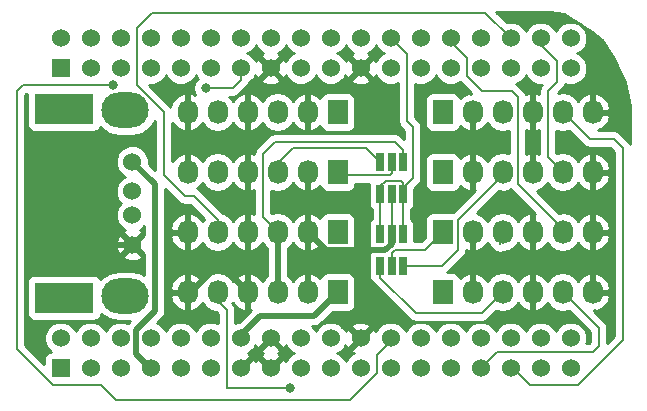
<source format=gtl>
G04 #@! TF.FileFunction,Copper,L1,Top,Signal*
%FSLAX46Y46*%
G04 Gerber Fmt 4.6, Leading zero omitted, Abs format (unit mm)*
G04 Created by KiCad (PCBNEW 4.0.5+dfsg1-4) date Sun Nov 25 11:48:41 2018*
%MOMM*%
%LPD*%
G01*
G04 APERTURE LIST*
%ADD10C,0.100000*%
%ADD11R,2.400000X2.400000*%
%ADD12R,5.000000X2.600000*%
%ADD13C,1.524000*%
%ADD14O,4.000000X3.000000*%
%ADD15R,1.524000X1.524000*%
%ADD16R,1.727200X2.032000*%
%ADD17O,1.727200X2.032000*%
%ADD18R,0.650000X1.560000*%
%ADD19C,0.800000*%
%ADD20C,0.500000*%
%ADD21C,0.200000*%
%ADD22C,0.254000*%
G04 APERTURE END LIST*
D10*
D11*
X127600000Y-113000000D03*
D12*
X127200000Y-113000000D03*
X127200000Y-97000000D03*
D13*
X133000000Y-101500000D03*
X133000000Y-104000000D03*
X133000000Y-106000000D03*
X133000000Y-108500000D03*
D14*
X132400000Y-97150000D03*
X132400000Y-112850000D03*
D11*
X127600000Y-97000000D03*
D13*
X170091100Y-116433600D03*
X170091100Y-118973600D03*
X167551100Y-116433600D03*
X167551100Y-118973600D03*
X165011100Y-116433600D03*
X165011100Y-118973600D03*
X162471100Y-116433600D03*
X162471100Y-118973600D03*
X159931100Y-116433600D03*
X159931100Y-118973600D03*
X157391100Y-116433600D03*
X157391100Y-118973600D03*
X154851100Y-116433600D03*
X154851100Y-118973600D03*
X152311100Y-116433600D03*
X152311100Y-118973600D03*
X149771100Y-116433600D03*
X149771100Y-118973600D03*
X147231100Y-116433600D03*
X147231100Y-118973600D03*
X144691100Y-116433600D03*
X144691100Y-118973600D03*
X142151100Y-116433600D03*
X142151100Y-118973600D03*
X139611100Y-116433600D03*
X139611100Y-118973600D03*
X137071100Y-116433600D03*
X137071100Y-118973600D03*
X134531100Y-116433600D03*
X134531100Y-118973600D03*
X131991100Y-116433600D03*
X131991100Y-118973600D03*
X129451100Y-116433600D03*
X129451100Y-118973600D03*
X126911100Y-116433600D03*
D15*
X126911100Y-118973600D03*
D13*
X170091100Y-91033600D03*
X170091100Y-93573600D03*
X167551100Y-91033600D03*
X167551100Y-93573600D03*
X165011100Y-91033600D03*
X165011100Y-93573600D03*
X162471100Y-91033600D03*
X162471100Y-93573600D03*
X159931100Y-91033600D03*
X159931100Y-93573600D03*
X157391100Y-91033600D03*
X157391100Y-93573600D03*
X154851100Y-91033600D03*
X154851100Y-93573600D03*
X152311100Y-91033600D03*
X152311100Y-93573600D03*
X149771100Y-91033600D03*
X149771100Y-93573600D03*
X147231100Y-91033600D03*
X147231100Y-93573600D03*
X144691100Y-91033600D03*
X144691100Y-93573600D03*
X142151100Y-91033600D03*
X142151100Y-93573600D03*
X139611100Y-91033600D03*
X139611100Y-93573600D03*
X137071100Y-91033600D03*
X137071100Y-93573600D03*
X134531100Y-91033600D03*
X134531100Y-93573600D03*
X131991100Y-91033600D03*
X131991100Y-93573600D03*
X129451100Y-91033600D03*
X129451100Y-93573600D03*
X126911100Y-91033600D03*
D15*
X126911100Y-93573600D03*
D16*
X150368000Y-97282000D03*
D17*
X147828000Y-97282000D03*
X145288000Y-97282000D03*
X142748000Y-97282000D03*
X140208000Y-97282000D03*
X137668000Y-97282000D03*
D16*
X159258000Y-97282000D03*
D17*
X161798000Y-97282000D03*
X164338000Y-97282000D03*
X166878000Y-97282000D03*
X169418000Y-97282000D03*
X171958000Y-97282000D03*
D16*
X150368000Y-102362000D03*
D17*
X147828000Y-102362000D03*
X145288000Y-102362000D03*
X142748000Y-102362000D03*
X140208000Y-102362000D03*
X137668000Y-102362000D03*
D16*
X159258000Y-102362000D03*
D17*
X161798000Y-102362000D03*
X164338000Y-102362000D03*
X166878000Y-102362000D03*
X169418000Y-102362000D03*
X171958000Y-102362000D03*
D16*
X150368000Y-107442000D03*
D17*
X147828000Y-107442000D03*
X145288000Y-107442000D03*
X142748000Y-107442000D03*
X140208000Y-107442000D03*
X137668000Y-107442000D03*
D16*
X159258000Y-107442000D03*
D17*
X161798000Y-107442000D03*
X164338000Y-107442000D03*
X166878000Y-107442000D03*
X169418000Y-107442000D03*
X171958000Y-107442000D03*
D16*
X150368000Y-112522000D03*
D17*
X147828000Y-112522000D03*
X145288000Y-112522000D03*
X142748000Y-112522000D03*
X140208000Y-112522000D03*
X137668000Y-112522000D03*
D16*
X159258000Y-112522000D03*
D17*
X161798000Y-112522000D03*
X164338000Y-112522000D03*
X166878000Y-112522000D03*
X169418000Y-112522000D03*
X171958000Y-112522000D03*
D18*
X153990000Y-104220000D03*
X154940000Y-104220000D03*
X155890000Y-104220000D03*
X155890000Y-101520000D03*
X153990000Y-101520000D03*
X154940000Y-101520000D03*
X155890000Y-107616000D03*
X154940000Y-107616000D03*
X153990000Y-107616000D03*
X153990000Y-110316000D03*
X155890000Y-110316000D03*
X154940000Y-110316000D03*
D19*
X129000000Y-107700000D03*
X131318000Y-94996000D03*
X139192000Y-95250000D03*
X146304000Y-120650000D03*
D20*
X137668000Y-112522000D02*
X137922000Y-112522000D01*
X137922000Y-112522000D02*
X140208000Y-110236000D01*
X140462000Y-110236000D02*
X142748000Y-112522000D01*
X140208000Y-110236000D02*
X140462000Y-110236000D01*
X154940000Y-107616000D02*
X154940000Y-108442180D01*
X149352000Y-108966000D02*
X147828000Y-107442000D01*
X154416180Y-108966000D02*
X149352000Y-108966000D01*
X154940000Y-108442180D02*
X154416180Y-108966000D01*
D21*
X154940000Y-107616000D02*
X154940000Y-104220000D01*
D20*
X129800000Y-108500000D02*
X133000000Y-108500000D01*
X129000000Y-107700000D02*
X129800000Y-108500000D01*
X142151100Y-116433600D02*
X142151100Y-116166900D01*
X142151100Y-116166900D02*
X143764000Y-114554000D01*
X148336000Y-114554000D02*
X150368000Y-112522000D01*
X143764000Y-114554000D02*
X148336000Y-114554000D01*
D21*
X154940000Y-101520000D02*
X154940000Y-102469998D01*
X154793998Y-102616000D02*
X150622000Y-102616000D01*
X154940000Y-102469998D02*
X154793998Y-102616000D01*
X150622000Y-102616000D02*
X150368000Y-102362000D01*
X154940000Y-110316000D02*
X154940000Y-109220000D01*
X157734000Y-108966000D02*
X159258000Y-107442000D01*
X155194000Y-108966000D02*
X157734000Y-108966000D01*
X154940000Y-109220000D02*
X155194000Y-108966000D01*
X159004000Y-102616000D02*
X159258000Y-102362000D01*
D20*
X142151100Y-116433600D02*
X142151100Y-116048900D01*
D21*
X154851100Y-116433600D02*
X154851100Y-116674900D01*
X154851100Y-116674900D02*
X153670000Y-117856000D01*
X153670000Y-117856000D02*
X153670000Y-119380000D01*
X153670000Y-119380000D02*
X151384000Y-121666000D01*
X151384000Y-121666000D02*
X131572000Y-121666000D01*
X131572000Y-121666000D02*
X130302000Y-120396000D01*
X130302000Y-120396000D02*
X126238000Y-120396000D01*
X126238000Y-120396000D02*
X123190000Y-117348000D01*
X123190000Y-117348000D02*
X123190000Y-95504000D01*
X123190000Y-95504000D02*
X123698000Y-94996000D01*
X123698000Y-94996000D02*
X131318000Y-94996000D01*
X139192000Y-95250000D02*
X141478000Y-95250000D01*
X141478000Y-95250000D02*
X142151100Y-94576900D01*
X142151100Y-94576900D02*
X142151100Y-93573600D01*
D20*
X134531100Y-118973600D02*
X134473600Y-118973600D01*
X134473600Y-118973600D02*
X133300000Y-117800000D01*
X134900000Y-103400000D02*
X133000000Y-101500000D01*
X134900000Y-114100000D02*
X134900000Y-103400000D01*
X133300000Y-115700000D02*
X134900000Y-114100000D01*
X133300000Y-117800000D02*
X133300000Y-115700000D01*
D21*
X145288000Y-102362000D02*
X145288000Y-101600000D01*
X145288000Y-101600000D02*
X146558000Y-100330000D01*
X146558000Y-100330000D02*
X152800000Y-100330000D01*
X152800000Y-100330000D02*
X153990000Y-101520000D01*
X155890000Y-110316000D02*
X159178000Y-110316000D01*
X160528000Y-106426000D02*
X164338000Y-102616000D01*
X160528000Y-108966000D02*
X160528000Y-106426000D01*
X159178000Y-110316000D02*
X160528000Y-108966000D01*
X164338000Y-102616000D02*
X164338000Y-102362000D01*
D20*
X145288000Y-107442000D02*
X145288000Y-112522000D01*
D21*
X155890000Y-101520000D02*
X155890000Y-100518000D01*
X144018000Y-106172000D02*
X145288000Y-107442000D01*
X144018000Y-100838000D02*
X144018000Y-106172000D01*
X145034000Y-99822000D02*
X144018000Y-100838000D01*
X155194000Y-99822000D02*
X145034000Y-99822000D01*
X155890000Y-100518000D02*
X155194000Y-99822000D01*
X153990000Y-110316000D02*
X153990000Y-111318000D01*
X162560000Y-114300000D02*
X164338000Y-112522000D01*
X156972000Y-114300000D02*
X162560000Y-114300000D01*
X153990000Y-111318000D02*
X156972000Y-114300000D01*
X164084000Y-107442000D02*
X164084000Y-108458000D01*
X140208000Y-97282000D02*
X140208000Y-97790000D01*
X165011100Y-118973600D02*
X165201600Y-118973600D01*
X165201600Y-118973600D02*
X166624000Y-120396000D01*
X166624000Y-120396000D02*
X170688000Y-120396000D01*
X170688000Y-120396000D02*
X174498000Y-116586000D01*
X174498000Y-116586000D02*
X174498000Y-100330000D01*
X174498000Y-100330000D02*
X173736000Y-99568000D01*
X173736000Y-99568000D02*
X171704000Y-99568000D01*
X171704000Y-99568000D02*
X169418000Y-97282000D01*
X162471100Y-118973600D02*
X162471100Y-118960900D01*
X162471100Y-118960900D02*
X163830000Y-117602000D01*
X172466000Y-115570000D02*
X169418000Y-112522000D01*
X172466000Y-117094000D02*
X172466000Y-115570000D01*
X171958000Y-117602000D02*
X172466000Y-117094000D01*
X163830000Y-117602000D02*
X171958000Y-117602000D01*
X162471100Y-118973600D02*
X162471100Y-118452900D01*
X167551100Y-91033600D02*
X167551100Y-91605100D01*
X167551100Y-91605100D02*
X168910000Y-92964000D01*
X168910000Y-92964000D02*
X168910000Y-94742000D01*
X168910000Y-94742000D02*
X168148000Y-95504000D01*
X168148000Y-95504000D02*
X168148000Y-101092000D01*
X168148000Y-101092000D02*
X169418000Y-102362000D01*
X140970000Y-114046000D02*
X140208000Y-113284000D01*
X140970000Y-120650000D02*
X140970000Y-114046000D01*
X146304000Y-120650000D02*
X140970000Y-120650000D01*
X140208000Y-113284000D02*
X140208000Y-112522000D01*
X162471100Y-91033600D02*
X162153600Y-91033600D01*
X140208000Y-112522000D02*
X140208000Y-112268000D01*
X140462000Y-112522000D02*
X140462000Y-112268000D01*
X159931100Y-91033600D02*
X159931100Y-91351100D01*
X159931100Y-91351100D02*
X161290000Y-92710000D01*
X161290000Y-92710000D02*
X161290000Y-94234000D01*
X161290000Y-94234000D02*
X162560000Y-95504000D01*
X162560000Y-95504000D02*
X165100000Y-95504000D01*
X165100000Y-95504000D02*
X165608000Y-96012000D01*
X165608000Y-96012000D02*
X165608000Y-103378000D01*
X165608000Y-103378000D02*
X169418000Y-107188000D01*
X169418000Y-107188000D02*
X169418000Y-107442000D01*
X155890000Y-104220000D02*
X155890000Y-103698000D01*
X155890000Y-103698000D02*
X156718000Y-102870000D01*
X156210000Y-92392500D02*
X154851100Y-91033600D01*
X156210000Y-98044000D02*
X156210000Y-92392500D01*
X156718000Y-98552000D02*
X156210000Y-98044000D01*
X156718000Y-102870000D02*
X156718000Y-98552000D01*
X153990000Y-104220000D02*
X153990000Y-103566000D01*
X153990000Y-103566000D02*
X154432000Y-103124000D01*
X155890000Y-103312000D02*
X155890000Y-104220000D01*
X155702000Y-103124000D02*
X155890000Y-103312000D01*
X154432000Y-103124000D02*
X155702000Y-103124000D01*
X155890000Y-107616000D02*
X155890000Y-104220000D01*
X153990000Y-104220000D02*
X153990000Y-107616000D01*
X140208000Y-107442000D02*
X140208000Y-106426000D01*
X140208000Y-106426000D02*
X138176000Y-104394000D01*
X162877500Y-88900000D02*
X165011100Y-91033600D01*
X134620000Y-88900000D02*
X162877500Y-88900000D01*
X133350000Y-90170000D02*
X134620000Y-88900000D01*
X133350000Y-94996000D02*
X133350000Y-90170000D01*
X135636000Y-97282000D02*
X133350000Y-94996000D01*
X135636000Y-102616000D02*
X135636000Y-97282000D01*
X137414000Y-104394000D02*
X135636000Y-102616000D01*
X138176000Y-104394000D02*
X137414000Y-104394000D01*
D22*
G36*
X144884848Y-116419458D02*
X144870705Y-116433600D01*
X145671313Y-117234208D01*
X145913497Y-117164743D01*
X145963609Y-117024282D01*
X146046090Y-117223903D01*
X146438730Y-117617229D01*
X146646612Y-117703549D01*
X146440797Y-117788590D01*
X146047471Y-118181230D01*
X145967705Y-118373327D01*
X145913497Y-118242457D01*
X145671313Y-118172992D01*
X144870705Y-118973600D01*
X144884848Y-118987743D01*
X144705243Y-119167348D01*
X144691100Y-119153205D01*
X144676958Y-119167348D01*
X144497353Y-118987743D01*
X144511495Y-118973600D01*
X143710887Y-118172992D01*
X143468703Y-118242457D01*
X143424647Y-118365944D01*
X143373497Y-118242457D01*
X143131313Y-118172992D01*
X142330705Y-118973600D01*
X142344848Y-118987743D01*
X142165243Y-119167348D01*
X142151100Y-119153205D01*
X142136958Y-119167348D01*
X141957353Y-118987743D01*
X141971495Y-118973600D01*
X141957353Y-118959458D01*
X142136958Y-118779853D01*
X142151100Y-118793995D01*
X142951708Y-117993387D01*
X142882243Y-117751203D01*
X142741782Y-117701091D01*
X142941403Y-117618610D01*
X143146557Y-117413813D01*
X143890492Y-117413813D01*
X143959957Y-117655997D01*
X144083444Y-117700053D01*
X143959957Y-117751203D01*
X143890492Y-117993387D01*
X144691100Y-118793995D01*
X145491708Y-117993387D01*
X145422243Y-117751203D01*
X145298756Y-117707147D01*
X145422243Y-117655997D01*
X145491708Y-117413813D01*
X144691100Y-116613205D01*
X143890492Y-117413813D01*
X143146557Y-117413813D01*
X143334729Y-117225970D01*
X143414495Y-117033873D01*
X143468703Y-117164743D01*
X143710887Y-117234208D01*
X144511495Y-116433600D01*
X144497353Y-116419458D01*
X144676958Y-116239853D01*
X144691100Y-116253995D01*
X144705243Y-116239853D01*
X144884848Y-116419458D01*
X144884848Y-116419458D01*
G37*
X144884848Y-116419458D02*
X144870705Y-116433600D01*
X145671313Y-117234208D01*
X145913497Y-117164743D01*
X145963609Y-117024282D01*
X146046090Y-117223903D01*
X146438730Y-117617229D01*
X146646612Y-117703549D01*
X146440797Y-117788590D01*
X146047471Y-118181230D01*
X145967705Y-118373327D01*
X145913497Y-118242457D01*
X145671313Y-118172992D01*
X144870705Y-118973600D01*
X144884848Y-118987743D01*
X144705243Y-119167348D01*
X144691100Y-119153205D01*
X144676958Y-119167348D01*
X144497353Y-118987743D01*
X144511495Y-118973600D01*
X143710887Y-118172992D01*
X143468703Y-118242457D01*
X143424647Y-118365944D01*
X143373497Y-118242457D01*
X143131313Y-118172992D01*
X142330705Y-118973600D01*
X142344848Y-118987743D01*
X142165243Y-119167348D01*
X142151100Y-119153205D01*
X142136958Y-119167348D01*
X141957353Y-118987743D01*
X141971495Y-118973600D01*
X141957353Y-118959458D01*
X142136958Y-118779853D01*
X142151100Y-118793995D01*
X142951708Y-117993387D01*
X142882243Y-117751203D01*
X142741782Y-117701091D01*
X142941403Y-117618610D01*
X143146557Y-117413813D01*
X143890492Y-117413813D01*
X143959957Y-117655997D01*
X144083444Y-117700053D01*
X143959957Y-117751203D01*
X143890492Y-117993387D01*
X144691100Y-118793995D01*
X145491708Y-117993387D01*
X145422243Y-117751203D01*
X145298756Y-117707147D01*
X145422243Y-117655997D01*
X145491708Y-117413813D01*
X144691100Y-116613205D01*
X143890492Y-117413813D01*
X143146557Y-117413813D01*
X143334729Y-117225970D01*
X143414495Y-117033873D01*
X143468703Y-117164743D01*
X143710887Y-117234208D01*
X144511495Y-116433600D01*
X144497353Y-116419458D01*
X144676958Y-116239853D01*
X144691100Y-116253995D01*
X144705243Y-116239853D01*
X144884848Y-116419458D01*
G36*
X124052560Y-98300000D02*
X124096838Y-98535317D01*
X124235910Y-98751441D01*
X124448110Y-98896431D01*
X124700000Y-98947440D01*
X129700000Y-98947440D01*
X129935317Y-98903162D01*
X130151441Y-98764090D01*
X130281392Y-98573900D01*
X130338704Y-98659673D01*
X131031348Y-99122483D01*
X131848377Y-99285000D01*
X132951623Y-99285000D01*
X133768652Y-99122483D01*
X134461296Y-98659673D01*
X134901000Y-98001610D01*
X134901000Y-102149421D01*
X134396874Y-101645294D01*
X134397242Y-101223339D01*
X134185010Y-100709697D01*
X133792370Y-100316371D01*
X133279100Y-100103243D01*
X132723339Y-100102758D01*
X132209697Y-100314990D01*
X131816371Y-100707630D01*
X131603243Y-101220900D01*
X131602758Y-101776661D01*
X131814990Y-102290303D01*
X132207630Y-102683629D01*
X132367228Y-102749900D01*
X132209697Y-102814990D01*
X131816371Y-103207630D01*
X131603243Y-103720900D01*
X131602758Y-104276661D01*
X131814990Y-104790303D01*
X132024342Y-105000021D01*
X131816371Y-105207630D01*
X131603243Y-105720900D01*
X131602758Y-106276661D01*
X131814990Y-106790303D01*
X132207630Y-107183629D01*
X132351503Y-107243370D01*
X132268857Y-107277603D01*
X132199392Y-107519787D01*
X133000000Y-108320395D01*
X133800608Y-107519787D01*
X133731143Y-107277603D01*
X133642633Y-107246026D01*
X133790303Y-107185010D01*
X134015000Y-106960705D01*
X134015000Y-107709370D01*
X133980213Y-107699392D01*
X133179605Y-108500000D01*
X133980213Y-109300608D01*
X134015000Y-109290630D01*
X134015000Y-111042121D01*
X133768652Y-110877517D01*
X132951623Y-110715000D01*
X131848377Y-110715000D01*
X131031348Y-110877517D01*
X130338704Y-111340327D01*
X130279835Y-111428431D01*
X130164090Y-111248559D01*
X129951890Y-111103569D01*
X129700000Y-111052560D01*
X124700000Y-111052560D01*
X124464683Y-111096838D01*
X124248559Y-111235910D01*
X124103569Y-111448110D01*
X124052560Y-111700000D01*
X124052560Y-114300000D01*
X124096838Y-114535317D01*
X124235910Y-114751441D01*
X124448110Y-114896431D01*
X124700000Y-114947440D01*
X129700000Y-114947440D01*
X129935317Y-114903162D01*
X130151441Y-114764090D01*
X130296431Y-114551890D01*
X130336135Y-114355828D01*
X130338704Y-114359673D01*
X131031348Y-114822483D01*
X131848377Y-114985000D01*
X132763420Y-114985000D01*
X132674210Y-115074210D01*
X132606008Y-115176282D01*
X132270200Y-115036843D01*
X131714439Y-115036358D01*
X131200797Y-115248590D01*
X130807471Y-115641230D01*
X130721151Y-115849112D01*
X130636110Y-115643297D01*
X130243470Y-115249971D01*
X129730200Y-115036843D01*
X129174439Y-115036358D01*
X128660797Y-115248590D01*
X128267471Y-115641230D01*
X128181151Y-115849112D01*
X128096110Y-115643297D01*
X127703470Y-115249971D01*
X127190200Y-115036843D01*
X126634439Y-115036358D01*
X126120797Y-115248590D01*
X125727471Y-115641230D01*
X125514343Y-116154500D01*
X125513858Y-116710261D01*
X125726090Y-117223903D01*
X126078933Y-117577363D01*
X125913783Y-117608438D01*
X125697659Y-117747510D01*
X125552669Y-117959710D01*
X125501660Y-118211600D01*
X125501660Y-118620213D01*
X123925000Y-117043554D01*
X123925000Y-109480213D01*
X132199392Y-109480213D01*
X132268857Y-109722397D01*
X132792302Y-109909144D01*
X133347368Y-109881362D01*
X133731143Y-109722397D01*
X133800608Y-109480213D01*
X133000000Y-108679605D01*
X132199392Y-109480213D01*
X123925000Y-109480213D01*
X123925000Y-108292302D01*
X131590856Y-108292302D01*
X131618638Y-108847368D01*
X131777603Y-109231143D01*
X132019787Y-109300608D01*
X132820395Y-108500000D01*
X132019787Y-107699392D01*
X131777603Y-107768857D01*
X131590856Y-108292302D01*
X123925000Y-108292302D01*
X123925000Y-95808446D01*
X124002447Y-95731000D01*
X124052560Y-95731000D01*
X124052560Y-98300000D01*
X124052560Y-98300000D01*
G37*
X124052560Y-98300000D02*
X124096838Y-98535317D01*
X124235910Y-98751441D01*
X124448110Y-98896431D01*
X124700000Y-98947440D01*
X129700000Y-98947440D01*
X129935317Y-98903162D01*
X130151441Y-98764090D01*
X130281392Y-98573900D01*
X130338704Y-98659673D01*
X131031348Y-99122483D01*
X131848377Y-99285000D01*
X132951623Y-99285000D01*
X133768652Y-99122483D01*
X134461296Y-98659673D01*
X134901000Y-98001610D01*
X134901000Y-102149421D01*
X134396874Y-101645294D01*
X134397242Y-101223339D01*
X134185010Y-100709697D01*
X133792370Y-100316371D01*
X133279100Y-100103243D01*
X132723339Y-100102758D01*
X132209697Y-100314990D01*
X131816371Y-100707630D01*
X131603243Y-101220900D01*
X131602758Y-101776661D01*
X131814990Y-102290303D01*
X132207630Y-102683629D01*
X132367228Y-102749900D01*
X132209697Y-102814990D01*
X131816371Y-103207630D01*
X131603243Y-103720900D01*
X131602758Y-104276661D01*
X131814990Y-104790303D01*
X132024342Y-105000021D01*
X131816371Y-105207630D01*
X131603243Y-105720900D01*
X131602758Y-106276661D01*
X131814990Y-106790303D01*
X132207630Y-107183629D01*
X132351503Y-107243370D01*
X132268857Y-107277603D01*
X132199392Y-107519787D01*
X133000000Y-108320395D01*
X133800608Y-107519787D01*
X133731143Y-107277603D01*
X133642633Y-107246026D01*
X133790303Y-107185010D01*
X134015000Y-106960705D01*
X134015000Y-107709370D01*
X133980213Y-107699392D01*
X133179605Y-108500000D01*
X133980213Y-109300608D01*
X134015000Y-109290630D01*
X134015000Y-111042121D01*
X133768652Y-110877517D01*
X132951623Y-110715000D01*
X131848377Y-110715000D01*
X131031348Y-110877517D01*
X130338704Y-111340327D01*
X130279835Y-111428431D01*
X130164090Y-111248559D01*
X129951890Y-111103569D01*
X129700000Y-111052560D01*
X124700000Y-111052560D01*
X124464683Y-111096838D01*
X124248559Y-111235910D01*
X124103569Y-111448110D01*
X124052560Y-111700000D01*
X124052560Y-114300000D01*
X124096838Y-114535317D01*
X124235910Y-114751441D01*
X124448110Y-114896431D01*
X124700000Y-114947440D01*
X129700000Y-114947440D01*
X129935317Y-114903162D01*
X130151441Y-114764090D01*
X130296431Y-114551890D01*
X130336135Y-114355828D01*
X130338704Y-114359673D01*
X131031348Y-114822483D01*
X131848377Y-114985000D01*
X132763420Y-114985000D01*
X132674210Y-115074210D01*
X132606008Y-115176282D01*
X132270200Y-115036843D01*
X131714439Y-115036358D01*
X131200797Y-115248590D01*
X130807471Y-115641230D01*
X130721151Y-115849112D01*
X130636110Y-115643297D01*
X130243470Y-115249971D01*
X129730200Y-115036843D01*
X129174439Y-115036358D01*
X128660797Y-115248590D01*
X128267471Y-115641230D01*
X128181151Y-115849112D01*
X128096110Y-115643297D01*
X127703470Y-115249971D01*
X127190200Y-115036843D01*
X126634439Y-115036358D01*
X126120797Y-115248590D01*
X125727471Y-115641230D01*
X125514343Y-116154500D01*
X125513858Y-116710261D01*
X125726090Y-117223903D01*
X126078933Y-117577363D01*
X125913783Y-117608438D01*
X125697659Y-117747510D01*
X125552669Y-117959710D01*
X125501660Y-118211600D01*
X125501660Y-118620213D01*
X123925000Y-117043554D01*
X123925000Y-109480213D01*
X132199392Y-109480213D01*
X132268857Y-109722397D01*
X132792302Y-109909144D01*
X133347368Y-109881362D01*
X133731143Y-109722397D01*
X133800608Y-109480213D01*
X133000000Y-108679605D01*
X132199392Y-109480213D01*
X123925000Y-109480213D01*
X123925000Y-108292302D01*
X131590856Y-108292302D01*
X131618638Y-108847368D01*
X131777603Y-109231143D01*
X132019787Y-109300608D01*
X132820395Y-108500000D01*
X132019787Y-107699392D01*
X131777603Y-107768857D01*
X131590856Y-108292302D01*
X123925000Y-108292302D01*
X123925000Y-95808446D01*
X124002447Y-95731000D01*
X124052560Y-95731000D01*
X124052560Y-98300000D01*
G36*
X171184276Y-100087723D02*
X171422728Y-100247051D01*
X171704000Y-100303000D01*
X173431554Y-100303000D01*
X173763000Y-100634447D01*
X173763000Y-116281553D01*
X173201000Y-116843553D01*
X173201000Y-115570000D01*
X173145051Y-115288728D01*
X173140489Y-115281900D01*
X172985724Y-115050277D01*
X172085002Y-114149555D01*
X172085002Y-114008218D01*
X172317026Y-114129358D01*
X172332791Y-114126709D01*
X172860036Y-113872732D01*
X173249954Y-113436320D01*
X173443184Y-112883913D01*
X173298924Y-112649000D01*
X172085000Y-112649000D01*
X172085000Y-112669000D01*
X171831000Y-112669000D01*
X171831000Y-112649000D01*
X171811000Y-112649000D01*
X171811000Y-112395000D01*
X171831000Y-112395000D01*
X171831000Y-111035783D01*
X172085000Y-111035783D01*
X172085000Y-112395000D01*
X173298924Y-112395000D01*
X173443184Y-112160087D01*
X173249954Y-111607680D01*
X172860036Y-111171268D01*
X172332791Y-110917291D01*
X172317026Y-110914642D01*
X172085000Y-111035783D01*
X171831000Y-111035783D01*
X171598974Y-110914642D01*
X171583209Y-110917291D01*
X171055964Y-111171268D01*
X170684461Y-111587069D01*
X170477670Y-111277585D01*
X169991489Y-110952729D01*
X169418000Y-110838655D01*
X168844511Y-110952729D01*
X168358330Y-111277585D01*
X168151539Y-111587069D01*
X167780036Y-111171268D01*
X167252791Y-110917291D01*
X167237026Y-110914642D01*
X167005000Y-111035783D01*
X167005000Y-112395000D01*
X167025000Y-112395000D01*
X167025000Y-112649000D01*
X167005000Y-112649000D01*
X167005000Y-114008217D01*
X167237026Y-114129358D01*
X167252791Y-114126709D01*
X167780036Y-113872732D01*
X168151539Y-113456931D01*
X168358330Y-113766415D01*
X168844511Y-114091271D01*
X169418000Y-114205345D01*
X169955069Y-114098515D01*
X171731000Y-115874447D01*
X171731000Y-116789553D01*
X171653554Y-116867000D01*
X171423786Y-116867000D01*
X171487857Y-116712700D01*
X171488342Y-116156939D01*
X171276110Y-115643297D01*
X170883470Y-115249971D01*
X170370200Y-115036843D01*
X169814439Y-115036358D01*
X169300797Y-115248590D01*
X168907471Y-115641230D01*
X168821151Y-115849112D01*
X168736110Y-115643297D01*
X168343470Y-115249971D01*
X167830200Y-115036843D01*
X167274439Y-115036358D01*
X166760797Y-115248590D01*
X166367471Y-115641230D01*
X166281151Y-115849112D01*
X166196110Y-115643297D01*
X165803470Y-115249971D01*
X165290200Y-115036843D01*
X164734439Y-115036358D01*
X164220797Y-115248590D01*
X163827471Y-115641230D01*
X163741151Y-115849112D01*
X163656110Y-115643297D01*
X163263470Y-115249971D01*
X162750200Y-115036843D01*
X162194439Y-115036358D01*
X161680797Y-115248590D01*
X161287471Y-115641230D01*
X161201151Y-115849112D01*
X161116110Y-115643297D01*
X160723470Y-115249971D01*
X160210200Y-115036843D01*
X159654439Y-115036358D01*
X159140797Y-115248590D01*
X158747471Y-115641230D01*
X158661151Y-115849112D01*
X158576110Y-115643297D01*
X158183470Y-115249971D01*
X157670200Y-115036843D01*
X157114439Y-115036358D01*
X156600797Y-115248590D01*
X156207471Y-115641230D01*
X156121151Y-115849112D01*
X156036110Y-115643297D01*
X155643470Y-115249971D01*
X155130200Y-115036843D01*
X154574439Y-115036358D01*
X154060797Y-115248590D01*
X153667471Y-115641230D01*
X153587705Y-115833327D01*
X153533497Y-115702457D01*
X153291313Y-115632992D01*
X152490705Y-116433600D01*
X152504848Y-116447743D01*
X152325243Y-116627348D01*
X152311100Y-116613205D01*
X151510492Y-117413813D01*
X151579957Y-117655997D01*
X151720418Y-117706109D01*
X151520797Y-117788590D01*
X151127471Y-118181230D01*
X151041151Y-118389112D01*
X150956110Y-118183297D01*
X150563470Y-117789971D01*
X150355588Y-117703651D01*
X150561403Y-117618610D01*
X150954729Y-117225970D01*
X151034495Y-117033873D01*
X151088703Y-117164743D01*
X151330887Y-117234208D01*
X152131495Y-116433600D01*
X151330887Y-115632992D01*
X151088703Y-115702457D01*
X151038591Y-115842918D01*
X150956110Y-115643297D01*
X150766532Y-115453387D01*
X151510492Y-115453387D01*
X152311100Y-116253995D01*
X153111708Y-115453387D01*
X153042243Y-115211203D01*
X152518798Y-115024456D01*
X151963732Y-115052238D01*
X151579957Y-115211203D01*
X151510492Y-115453387D01*
X150766532Y-115453387D01*
X150563470Y-115249971D01*
X150050200Y-115036843D01*
X149494439Y-115036358D01*
X148980797Y-115248590D01*
X148587471Y-115641230D01*
X148501151Y-115849112D01*
X148416110Y-115643297D01*
X148212169Y-115439000D01*
X148335995Y-115439000D01*
X148336000Y-115439001D01*
X148618484Y-115382810D01*
X148674675Y-115371633D01*
X148961790Y-115179790D01*
X149956140Y-114185440D01*
X151231600Y-114185440D01*
X151466917Y-114141162D01*
X151683041Y-114002090D01*
X151828031Y-113789890D01*
X151879040Y-113538000D01*
X151879040Y-111506000D01*
X151834762Y-111270683D01*
X151695690Y-111054559D01*
X151483490Y-110909569D01*
X151231600Y-110858560D01*
X149504400Y-110858560D01*
X149269083Y-110902838D01*
X149052959Y-111041910D01*
X148907969Y-111254110D01*
X148888768Y-111348927D01*
X148730036Y-111171268D01*
X148202791Y-110917291D01*
X148187026Y-110914642D01*
X147955000Y-111035783D01*
X147955000Y-112395000D01*
X147975000Y-112395000D01*
X147975000Y-112649000D01*
X147955000Y-112649000D01*
X147955000Y-112669000D01*
X147701000Y-112669000D01*
X147701000Y-112649000D01*
X147681000Y-112649000D01*
X147681000Y-112395000D01*
X147701000Y-112395000D01*
X147701000Y-111035783D01*
X147468974Y-110914642D01*
X147453209Y-110917291D01*
X146925964Y-111171268D01*
X146554461Y-111587069D01*
X146347670Y-111277585D01*
X146173000Y-111160874D01*
X146173000Y-108803126D01*
X146347670Y-108686415D01*
X146554461Y-108376931D01*
X146925964Y-108792732D01*
X147453209Y-109046709D01*
X147468974Y-109049358D01*
X147701000Y-108928217D01*
X147701000Y-107569000D01*
X147681000Y-107569000D01*
X147681000Y-107315000D01*
X147701000Y-107315000D01*
X147701000Y-105955783D01*
X147955000Y-105955783D01*
X147955000Y-107315000D01*
X147975000Y-107315000D01*
X147975000Y-107569000D01*
X147955000Y-107569000D01*
X147955000Y-108928217D01*
X148187026Y-109049358D01*
X148202791Y-109046709D01*
X148730036Y-108792732D01*
X148886907Y-108617155D01*
X148901238Y-108693317D01*
X149040310Y-108909441D01*
X149252510Y-109054431D01*
X149504400Y-109105440D01*
X151231600Y-109105440D01*
X151466917Y-109061162D01*
X151683041Y-108922090D01*
X151828031Y-108709890D01*
X151879040Y-108458000D01*
X151879040Y-106426000D01*
X151834762Y-106190683D01*
X151695690Y-105974559D01*
X151483490Y-105829569D01*
X151231600Y-105778560D01*
X149504400Y-105778560D01*
X149269083Y-105822838D01*
X149052959Y-105961910D01*
X148907969Y-106174110D01*
X148888768Y-106268927D01*
X148730036Y-106091268D01*
X148202791Y-105837291D01*
X148187026Y-105834642D01*
X147955000Y-105955783D01*
X147701000Y-105955783D01*
X147468974Y-105834642D01*
X147453209Y-105837291D01*
X146925964Y-106091268D01*
X146554461Y-106507069D01*
X146347670Y-106197585D01*
X145861489Y-105872729D01*
X145288000Y-105758655D01*
X144753000Y-105865073D01*
X144753000Y-103938927D01*
X145288000Y-104045345D01*
X145861489Y-103931271D01*
X146347670Y-103606415D01*
X146554461Y-103296931D01*
X146925964Y-103712732D01*
X147453209Y-103966709D01*
X147468974Y-103969358D01*
X147701000Y-103848217D01*
X147701000Y-102489000D01*
X147681000Y-102489000D01*
X147681000Y-102235000D01*
X147701000Y-102235000D01*
X147701000Y-102215000D01*
X147955000Y-102215000D01*
X147955000Y-102235000D01*
X147975000Y-102235000D01*
X147975000Y-102489000D01*
X147955000Y-102489000D01*
X147955000Y-103848217D01*
X148187026Y-103969358D01*
X148202791Y-103966709D01*
X148730036Y-103712732D01*
X148886907Y-103537155D01*
X148901238Y-103613317D01*
X149040310Y-103829441D01*
X149252510Y-103974431D01*
X149504400Y-104025440D01*
X151231600Y-104025440D01*
X151466917Y-103981162D01*
X151683041Y-103842090D01*
X151828031Y-103629890D01*
X151879040Y-103378000D01*
X151879040Y-103351000D01*
X153035583Y-103351000D01*
X153017560Y-103440000D01*
X153017560Y-105000000D01*
X153061838Y-105235317D01*
X153200910Y-105451441D01*
X153255000Y-105488399D01*
X153255000Y-106345243D01*
X153213559Y-106371910D01*
X153068569Y-106584110D01*
X153017560Y-106836000D01*
X153017560Y-108396000D01*
X153061838Y-108631317D01*
X153200910Y-108847441D01*
X153376232Y-108967233D01*
X153213559Y-109071910D01*
X153068569Y-109284110D01*
X153017560Y-109536000D01*
X153017560Y-111096000D01*
X153061838Y-111331317D01*
X153200910Y-111547441D01*
X153339665Y-111642248D01*
X153470277Y-111837723D01*
X156452277Y-114819724D01*
X156643419Y-114947440D01*
X156690728Y-114979051D01*
X156972000Y-115035000D01*
X162560000Y-115035000D01*
X162841272Y-114979051D01*
X163079723Y-114819723D01*
X163800931Y-114098515D01*
X164338000Y-114205345D01*
X164911489Y-114091271D01*
X165397670Y-113766415D01*
X165604461Y-113456931D01*
X165975964Y-113872732D01*
X166503209Y-114126709D01*
X166518974Y-114129358D01*
X166751000Y-114008217D01*
X166751000Y-112649000D01*
X166731000Y-112649000D01*
X166731000Y-112395000D01*
X166751000Y-112395000D01*
X166751000Y-111035783D01*
X166518974Y-110914642D01*
X166503209Y-110917291D01*
X165975964Y-111171268D01*
X165604461Y-111587069D01*
X165397670Y-111277585D01*
X164911489Y-110952729D01*
X164338000Y-110838655D01*
X163764511Y-110952729D01*
X163278330Y-111277585D01*
X163071539Y-111587069D01*
X162700036Y-111171268D01*
X162172791Y-110917291D01*
X162157026Y-110914642D01*
X161925000Y-111035783D01*
X161925000Y-112395000D01*
X161945000Y-112395000D01*
X161945000Y-112649000D01*
X161925000Y-112649000D01*
X161925000Y-112669000D01*
X161671000Y-112669000D01*
X161671000Y-112649000D01*
X161651000Y-112649000D01*
X161651000Y-112395000D01*
X161671000Y-112395000D01*
X161671000Y-111035783D01*
X161438974Y-110914642D01*
X161423209Y-110917291D01*
X160895964Y-111171268D01*
X160739093Y-111346845D01*
X160724762Y-111270683D01*
X160585690Y-111054559D01*
X160373490Y-110909569D01*
X160121600Y-110858560D01*
X159663545Y-110858560D01*
X159697723Y-110835723D01*
X161047723Y-109485724D01*
X161207051Y-109247272D01*
X161217846Y-109193000D01*
X161262358Y-108969226D01*
X161423209Y-109046709D01*
X161438974Y-109049358D01*
X161671000Y-108928217D01*
X161671000Y-107569000D01*
X161651000Y-107569000D01*
X161651000Y-107315000D01*
X161671000Y-107315000D01*
X161671000Y-107295000D01*
X161925000Y-107295000D01*
X161925000Y-107315000D01*
X161945000Y-107315000D01*
X161945000Y-107569000D01*
X161925000Y-107569000D01*
X161925000Y-108928217D01*
X162157026Y-109049358D01*
X162172791Y-109046709D01*
X162700036Y-108792732D01*
X163071539Y-108376931D01*
X163278330Y-108686415D01*
X163443271Y-108796625D01*
X163564277Y-108977723D01*
X163802728Y-109137051D01*
X164084000Y-109193000D01*
X164365272Y-109137051D01*
X164401777Y-109112659D01*
X164911489Y-109011271D01*
X165397670Y-108686415D01*
X165604461Y-108376931D01*
X165975964Y-108792732D01*
X166503209Y-109046709D01*
X166518974Y-109049358D01*
X166751000Y-108928217D01*
X166751000Y-107569000D01*
X166731000Y-107569000D01*
X166731000Y-107315000D01*
X166751000Y-107315000D01*
X166751000Y-105955783D01*
X166518974Y-105834642D01*
X166503209Y-105837291D01*
X165975964Y-106091268D01*
X165604461Y-106507069D01*
X165397670Y-106197585D01*
X164911489Y-105872729D01*
X164338000Y-105758655D01*
X163764511Y-105872729D01*
X163278330Y-106197585D01*
X163071539Y-106507069D01*
X162700036Y-106091268D01*
X162172791Y-105837291D01*
X162158548Y-105834898D01*
X164012790Y-103980657D01*
X164338000Y-104045345D01*
X164911489Y-103931271D01*
X165049207Y-103839251D01*
X165088277Y-103897723D01*
X167097856Y-105907303D01*
X167005000Y-105955783D01*
X167005000Y-107315000D01*
X167025000Y-107315000D01*
X167025000Y-107569000D01*
X167005000Y-107569000D01*
X167005000Y-108928217D01*
X167237026Y-109049358D01*
X167252791Y-109046709D01*
X167780036Y-108792732D01*
X168151539Y-108376931D01*
X168358330Y-108686415D01*
X168844511Y-109011271D01*
X169418000Y-109125345D01*
X169991489Y-109011271D01*
X170477670Y-108686415D01*
X170684461Y-108376931D01*
X171055964Y-108792732D01*
X171583209Y-109046709D01*
X171598974Y-109049358D01*
X171831000Y-108928217D01*
X171831000Y-107569000D01*
X172085000Y-107569000D01*
X172085000Y-108928217D01*
X172317026Y-109049358D01*
X172332791Y-109046709D01*
X172860036Y-108792732D01*
X173249954Y-108356320D01*
X173443184Y-107803913D01*
X173298924Y-107569000D01*
X172085000Y-107569000D01*
X171831000Y-107569000D01*
X171811000Y-107569000D01*
X171811000Y-107315000D01*
X171831000Y-107315000D01*
X171831000Y-105955783D01*
X172085000Y-105955783D01*
X172085000Y-107315000D01*
X173298924Y-107315000D01*
X173443184Y-107080087D01*
X173249954Y-106527680D01*
X172860036Y-106091268D01*
X172332791Y-105837291D01*
X172317026Y-105834642D01*
X172085000Y-105955783D01*
X171831000Y-105955783D01*
X171598974Y-105834642D01*
X171583209Y-105837291D01*
X171055964Y-106091268D01*
X170684461Y-106507069D01*
X170477670Y-106197585D01*
X169991489Y-105872729D01*
X169418000Y-105758655D01*
X169092790Y-105823343D01*
X167238548Y-103969102D01*
X167252791Y-103966709D01*
X167780036Y-103712732D01*
X168151539Y-103296931D01*
X168358330Y-103606415D01*
X168844511Y-103931271D01*
X169418000Y-104045345D01*
X169991489Y-103931271D01*
X170477670Y-103606415D01*
X170684461Y-103296931D01*
X171055964Y-103712732D01*
X171583209Y-103966709D01*
X171598974Y-103969358D01*
X171831000Y-103848217D01*
X171831000Y-102489000D01*
X172085000Y-102489000D01*
X172085000Y-103848217D01*
X172317026Y-103969358D01*
X172332791Y-103966709D01*
X172860036Y-103712732D01*
X173249954Y-103276320D01*
X173443184Y-102723913D01*
X173298924Y-102489000D01*
X172085000Y-102489000D01*
X171831000Y-102489000D01*
X171811000Y-102489000D01*
X171811000Y-102235000D01*
X171831000Y-102235000D01*
X171831000Y-100875783D01*
X172085000Y-100875783D01*
X172085000Y-102235000D01*
X173298924Y-102235000D01*
X173443184Y-102000087D01*
X173249954Y-101447680D01*
X172860036Y-101011268D01*
X172332791Y-100757291D01*
X172317026Y-100754642D01*
X172085000Y-100875783D01*
X171831000Y-100875783D01*
X171598974Y-100754642D01*
X171583209Y-100757291D01*
X171055964Y-101011268D01*
X170684461Y-101427069D01*
X170477670Y-101117585D01*
X169991489Y-100792729D01*
X169418000Y-100678655D01*
X168883000Y-100785073D01*
X168883000Y-98858927D01*
X169418000Y-98965345D01*
X169955069Y-98858515D01*
X171184276Y-100087723D01*
X171184276Y-100087723D01*
G37*
X171184276Y-100087723D02*
X171422728Y-100247051D01*
X171704000Y-100303000D01*
X173431554Y-100303000D01*
X173763000Y-100634447D01*
X173763000Y-116281553D01*
X173201000Y-116843553D01*
X173201000Y-115570000D01*
X173145051Y-115288728D01*
X173140489Y-115281900D01*
X172985724Y-115050277D01*
X172085002Y-114149555D01*
X172085002Y-114008218D01*
X172317026Y-114129358D01*
X172332791Y-114126709D01*
X172860036Y-113872732D01*
X173249954Y-113436320D01*
X173443184Y-112883913D01*
X173298924Y-112649000D01*
X172085000Y-112649000D01*
X172085000Y-112669000D01*
X171831000Y-112669000D01*
X171831000Y-112649000D01*
X171811000Y-112649000D01*
X171811000Y-112395000D01*
X171831000Y-112395000D01*
X171831000Y-111035783D01*
X172085000Y-111035783D01*
X172085000Y-112395000D01*
X173298924Y-112395000D01*
X173443184Y-112160087D01*
X173249954Y-111607680D01*
X172860036Y-111171268D01*
X172332791Y-110917291D01*
X172317026Y-110914642D01*
X172085000Y-111035783D01*
X171831000Y-111035783D01*
X171598974Y-110914642D01*
X171583209Y-110917291D01*
X171055964Y-111171268D01*
X170684461Y-111587069D01*
X170477670Y-111277585D01*
X169991489Y-110952729D01*
X169418000Y-110838655D01*
X168844511Y-110952729D01*
X168358330Y-111277585D01*
X168151539Y-111587069D01*
X167780036Y-111171268D01*
X167252791Y-110917291D01*
X167237026Y-110914642D01*
X167005000Y-111035783D01*
X167005000Y-112395000D01*
X167025000Y-112395000D01*
X167025000Y-112649000D01*
X167005000Y-112649000D01*
X167005000Y-114008217D01*
X167237026Y-114129358D01*
X167252791Y-114126709D01*
X167780036Y-113872732D01*
X168151539Y-113456931D01*
X168358330Y-113766415D01*
X168844511Y-114091271D01*
X169418000Y-114205345D01*
X169955069Y-114098515D01*
X171731000Y-115874447D01*
X171731000Y-116789553D01*
X171653554Y-116867000D01*
X171423786Y-116867000D01*
X171487857Y-116712700D01*
X171488342Y-116156939D01*
X171276110Y-115643297D01*
X170883470Y-115249971D01*
X170370200Y-115036843D01*
X169814439Y-115036358D01*
X169300797Y-115248590D01*
X168907471Y-115641230D01*
X168821151Y-115849112D01*
X168736110Y-115643297D01*
X168343470Y-115249971D01*
X167830200Y-115036843D01*
X167274439Y-115036358D01*
X166760797Y-115248590D01*
X166367471Y-115641230D01*
X166281151Y-115849112D01*
X166196110Y-115643297D01*
X165803470Y-115249971D01*
X165290200Y-115036843D01*
X164734439Y-115036358D01*
X164220797Y-115248590D01*
X163827471Y-115641230D01*
X163741151Y-115849112D01*
X163656110Y-115643297D01*
X163263470Y-115249971D01*
X162750200Y-115036843D01*
X162194439Y-115036358D01*
X161680797Y-115248590D01*
X161287471Y-115641230D01*
X161201151Y-115849112D01*
X161116110Y-115643297D01*
X160723470Y-115249971D01*
X160210200Y-115036843D01*
X159654439Y-115036358D01*
X159140797Y-115248590D01*
X158747471Y-115641230D01*
X158661151Y-115849112D01*
X158576110Y-115643297D01*
X158183470Y-115249971D01*
X157670200Y-115036843D01*
X157114439Y-115036358D01*
X156600797Y-115248590D01*
X156207471Y-115641230D01*
X156121151Y-115849112D01*
X156036110Y-115643297D01*
X155643470Y-115249971D01*
X155130200Y-115036843D01*
X154574439Y-115036358D01*
X154060797Y-115248590D01*
X153667471Y-115641230D01*
X153587705Y-115833327D01*
X153533497Y-115702457D01*
X153291313Y-115632992D01*
X152490705Y-116433600D01*
X152504848Y-116447743D01*
X152325243Y-116627348D01*
X152311100Y-116613205D01*
X151510492Y-117413813D01*
X151579957Y-117655997D01*
X151720418Y-117706109D01*
X151520797Y-117788590D01*
X151127471Y-118181230D01*
X151041151Y-118389112D01*
X150956110Y-118183297D01*
X150563470Y-117789971D01*
X150355588Y-117703651D01*
X150561403Y-117618610D01*
X150954729Y-117225970D01*
X151034495Y-117033873D01*
X151088703Y-117164743D01*
X151330887Y-117234208D01*
X152131495Y-116433600D01*
X151330887Y-115632992D01*
X151088703Y-115702457D01*
X151038591Y-115842918D01*
X150956110Y-115643297D01*
X150766532Y-115453387D01*
X151510492Y-115453387D01*
X152311100Y-116253995D01*
X153111708Y-115453387D01*
X153042243Y-115211203D01*
X152518798Y-115024456D01*
X151963732Y-115052238D01*
X151579957Y-115211203D01*
X151510492Y-115453387D01*
X150766532Y-115453387D01*
X150563470Y-115249971D01*
X150050200Y-115036843D01*
X149494439Y-115036358D01*
X148980797Y-115248590D01*
X148587471Y-115641230D01*
X148501151Y-115849112D01*
X148416110Y-115643297D01*
X148212169Y-115439000D01*
X148335995Y-115439000D01*
X148336000Y-115439001D01*
X148618484Y-115382810D01*
X148674675Y-115371633D01*
X148961790Y-115179790D01*
X149956140Y-114185440D01*
X151231600Y-114185440D01*
X151466917Y-114141162D01*
X151683041Y-114002090D01*
X151828031Y-113789890D01*
X151879040Y-113538000D01*
X151879040Y-111506000D01*
X151834762Y-111270683D01*
X151695690Y-111054559D01*
X151483490Y-110909569D01*
X151231600Y-110858560D01*
X149504400Y-110858560D01*
X149269083Y-110902838D01*
X149052959Y-111041910D01*
X148907969Y-111254110D01*
X148888768Y-111348927D01*
X148730036Y-111171268D01*
X148202791Y-110917291D01*
X148187026Y-110914642D01*
X147955000Y-111035783D01*
X147955000Y-112395000D01*
X147975000Y-112395000D01*
X147975000Y-112649000D01*
X147955000Y-112649000D01*
X147955000Y-112669000D01*
X147701000Y-112669000D01*
X147701000Y-112649000D01*
X147681000Y-112649000D01*
X147681000Y-112395000D01*
X147701000Y-112395000D01*
X147701000Y-111035783D01*
X147468974Y-110914642D01*
X147453209Y-110917291D01*
X146925964Y-111171268D01*
X146554461Y-111587069D01*
X146347670Y-111277585D01*
X146173000Y-111160874D01*
X146173000Y-108803126D01*
X146347670Y-108686415D01*
X146554461Y-108376931D01*
X146925964Y-108792732D01*
X147453209Y-109046709D01*
X147468974Y-109049358D01*
X147701000Y-108928217D01*
X147701000Y-107569000D01*
X147681000Y-107569000D01*
X147681000Y-107315000D01*
X147701000Y-107315000D01*
X147701000Y-105955783D01*
X147955000Y-105955783D01*
X147955000Y-107315000D01*
X147975000Y-107315000D01*
X147975000Y-107569000D01*
X147955000Y-107569000D01*
X147955000Y-108928217D01*
X148187026Y-109049358D01*
X148202791Y-109046709D01*
X148730036Y-108792732D01*
X148886907Y-108617155D01*
X148901238Y-108693317D01*
X149040310Y-108909441D01*
X149252510Y-109054431D01*
X149504400Y-109105440D01*
X151231600Y-109105440D01*
X151466917Y-109061162D01*
X151683041Y-108922090D01*
X151828031Y-108709890D01*
X151879040Y-108458000D01*
X151879040Y-106426000D01*
X151834762Y-106190683D01*
X151695690Y-105974559D01*
X151483490Y-105829569D01*
X151231600Y-105778560D01*
X149504400Y-105778560D01*
X149269083Y-105822838D01*
X149052959Y-105961910D01*
X148907969Y-106174110D01*
X148888768Y-106268927D01*
X148730036Y-106091268D01*
X148202791Y-105837291D01*
X148187026Y-105834642D01*
X147955000Y-105955783D01*
X147701000Y-105955783D01*
X147468974Y-105834642D01*
X147453209Y-105837291D01*
X146925964Y-106091268D01*
X146554461Y-106507069D01*
X146347670Y-106197585D01*
X145861489Y-105872729D01*
X145288000Y-105758655D01*
X144753000Y-105865073D01*
X144753000Y-103938927D01*
X145288000Y-104045345D01*
X145861489Y-103931271D01*
X146347670Y-103606415D01*
X146554461Y-103296931D01*
X146925964Y-103712732D01*
X147453209Y-103966709D01*
X147468974Y-103969358D01*
X147701000Y-103848217D01*
X147701000Y-102489000D01*
X147681000Y-102489000D01*
X147681000Y-102235000D01*
X147701000Y-102235000D01*
X147701000Y-102215000D01*
X147955000Y-102215000D01*
X147955000Y-102235000D01*
X147975000Y-102235000D01*
X147975000Y-102489000D01*
X147955000Y-102489000D01*
X147955000Y-103848217D01*
X148187026Y-103969358D01*
X148202791Y-103966709D01*
X148730036Y-103712732D01*
X148886907Y-103537155D01*
X148901238Y-103613317D01*
X149040310Y-103829441D01*
X149252510Y-103974431D01*
X149504400Y-104025440D01*
X151231600Y-104025440D01*
X151466917Y-103981162D01*
X151683041Y-103842090D01*
X151828031Y-103629890D01*
X151879040Y-103378000D01*
X151879040Y-103351000D01*
X153035583Y-103351000D01*
X153017560Y-103440000D01*
X153017560Y-105000000D01*
X153061838Y-105235317D01*
X153200910Y-105451441D01*
X153255000Y-105488399D01*
X153255000Y-106345243D01*
X153213559Y-106371910D01*
X153068569Y-106584110D01*
X153017560Y-106836000D01*
X153017560Y-108396000D01*
X153061838Y-108631317D01*
X153200910Y-108847441D01*
X153376232Y-108967233D01*
X153213559Y-109071910D01*
X153068569Y-109284110D01*
X153017560Y-109536000D01*
X153017560Y-111096000D01*
X153061838Y-111331317D01*
X153200910Y-111547441D01*
X153339665Y-111642248D01*
X153470277Y-111837723D01*
X156452277Y-114819724D01*
X156643419Y-114947440D01*
X156690728Y-114979051D01*
X156972000Y-115035000D01*
X162560000Y-115035000D01*
X162841272Y-114979051D01*
X163079723Y-114819723D01*
X163800931Y-114098515D01*
X164338000Y-114205345D01*
X164911489Y-114091271D01*
X165397670Y-113766415D01*
X165604461Y-113456931D01*
X165975964Y-113872732D01*
X166503209Y-114126709D01*
X166518974Y-114129358D01*
X166751000Y-114008217D01*
X166751000Y-112649000D01*
X166731000Y-112649000D01*
X166731000Y-112395000D01*
X166751000Y-112395000D01*
X166751000Y-111035783D01*
X166518974Y-110914642D01*
X166503209Y-110917291D01*
X165975964Y-111171268D01*
X165604461Y-111587069D01*
X165397670Y-111277585D01*
X164911489Y-110952729D01*
X164338000Y-110838655D01*
X163764511Y-110952729D01*
X163278330Y-111277585D01*
X163071539Y-111587069D01*
X162700036Y-111171268D01*
X162172791Y-110917291D01*
X162157026Y-110914642D01*
X161925000Y-111035783D01*
X161925000Y-112395000D01*
X161945000Y-112395000D01*
X161945000Y-112649000D01*
X161925000Y-112649000D01*
X161925000Y-112669000D01*
X161671000Y-112669000D01*
X161671000Y-112649000D01*
X161651000Y-112649000D01*
X161651000Y-112395000D01*
X161671000Y-112395000D01*
X161671000Y-111035783D01*
X161438974Y-110914642D01*
X161423209Y-110917291D01*
X160895964Y-111171268D01*
X160739093Y-111346845D01*
X160724762Y-111270683D01*
X160585690Y-111054559D01*
X160373490Y-110909569D01*
X160121600Y-110858560D01*
X159663545Y-110858560D01*
X159697723Y-110835723D01*
X161047723Y-109485724D01*
X161207051Y-109247272D01*
X161217846Y-109193000D01*
X161262358Y-108969226D01*
X161423209Y-109046709D01*
X161438974Y-109049358D01*
X161671000Y-108928217D01*
X161671000Y-107569000D01*
X161651000Y-107569000D01*
X161651000Y-107315000D01*
X161671000Y-107315000D01*
X161671000Y-107295000D01*
X161925000Y-107295000D01*
X161925000Y-107315000D01*
X161945000Y-107315000D01*
X161945000Y-107569000D01*
X161925000Y-107569000D01*
X161925000Y-108928217D01*
X162157026Y-109049358D01*
X162172791Y-109046709D01*
X162700036Y-108792732D01*
X163071539Y-108376931D01*
X163278330Y-108686415D01*
X163443271Y-108796625D01*
X163564277Y-108977723D01*
X163802728Y-109137051D01*
X164084000Y-109193000D01*
X164365272Y-109137051D01*
X164401777Y-109112659D01*
X164911489Y-109011271D01*
X165397670Y-108686415D01*
X165604461Y-108376931D01*
X165975964Y-108792732D01*
X166503209Y-109046709D01*
X166518974Y-109049358D01*
X166751000Y-108928217D01*
X166751000Y-107569000D01*
X166731000Y-107569000D01*
X166731000Y-107315000D01*
X166751000Y-107315000D01*
X166751000Y-105955783D01*
X166518974Y-105834642D01*
X166503209Y-105837291D01*
X165975964Y-106091268D01*
X165604461Y-106507069D01*
X165397670Y-106197585D01*
X164911489Y-105872729D01*
X164338000Y-105758655D01*
X163764511Y-105872729D01*
X163278330Y-106197585D01*
X163071539Y-106507069D01*
X162700036Y-106091268D01*
X162172791Y-105837291D01*
X162158548Y-105834898D01*
X164012790Y-103980657D01*
X164338000Y-104045345D01*
X164911489Y-103931271D01*
X165049207Y-103839251D01*
X165088277Y-103897723D01*
X167097856Y-105907303D01*
X167005000Y-105955783D01*
X167005000Y-107315000D01*
X167025000Y-107315000D01*
X167025000Y-107569000D01*
X167005000Y-107569000D01*
X167005000Y-108928217D01*
X167237026Y-109049358D01*
X167252791Y-109046709D01*
X167780036Y-108792732D01*
X168151539Y-108376931D01*
X168358330Y-108686415D01*
X168844511Y-109011271D01*
X169418000Y-109125345D01*
X169991489Y-109011271D01*
X170477670Y-108686415D01*
X170684461Y-108376931D01*
X171055964Y-108792732D01*
X171583209Y-109046709D01*
X171598974Y-109049358D01*
X171831000Y-108928217D01*
X171831000Y-107569000D01*
X172085000Y-107569000D01*
X172085000Y-108928217D01*
X172317026Y-109049358D01*
X172332791Y-109046709D01*
X172860036Y-108792732D01*
X173249954Y-108356320D01*
X173443184Y-107803913D01*
X173298924Y-107569000D01*
X172085000Y-107569000D01*
X171831000Y-107569000D01*
X171811000Y-107569000D01*
X171811000Y-107315000D01*
X171831000Y-107315000D01*
X171831000Y-105955783D01*
X172085000Y-105955783D01*
X172085000Y-107315000D01*
X173298924Y-107315000D01*
X173443184Y-107080087D01*
X173249954Y-106527680D01*
X172860036Y-106091268D01*
X172332791Y-105837291D01*
X172317026Y-105834642D01*
X172085000Y-105955783D01*
X171831000Y-105955783D01*
X171598974Y-105834642D01*
X171583209Y-105837291D01*
X171055964Y-106091268D01*
X170684461Y-106507069D01*
X170477670Y-106197585D01*
X169991489Y-105872729D01*
X169418000Y-105758655D01*
X169092790Y-105823343D01*
X167238548Y-103969102D01*
X167252791Y-103966709D01*
X167780036Y-103712732D01*
X168151539Y-103296931D01*
X168358330Y-103606415D01*
X168844511Y-103931271D01*
X169418000Y-104045345D01*
X169991489Y-103931271D01*
X170477670Y-103606415D01*
X170684461Y-103296931D01*
X171055964Y-103712732D01*
X171583209Y-103966709D01*
X171598974Y-103969358D01*
X171831000Y-103848217D01*
X171831000Y-102489000D01*
X172085000Y-102489000D01*
X172085000Y-103848217D01*
X172317026Y-103969358D01*
X172332791Y-103966709D01*
X172860036Y-103712732D01*
X173249954Y-103276320D01*
X173443184Y-102723913D01*
X173298924Y-102489000D01*
X172085000Y-102489000D01*
X171831000Y-102489000D01*
X171811000Y-102489000D01*
X171811000Y-102235000D01*
X171831000Y-102235000D01*
X171831000Y-100875783D01*
X172085000Y-100875783D01*
X172085000Y-102235000D01*
X173298924Y-102235000D01*
X173443184Y-102000087D01*
X173249954Y-101447680D01*
X172860036Y-101011268D01*
X172332791Y-100757291D01*
X172317026Y-100754642D01*
X172085000Y-100875783D01*
X171831000Y-100875783D01*
X171598974Y-100754642D01*
X171583209Y-100757291D01*
X171055964Y-101011268D01*
X170684461Y-101427069D01*
X170477670Y-101117585D01*
X169991489Y-100792729D01*
X169418000Y-100678655D01*
X168883000Y-100785073D01*
X168883000Y-98858927D01*
X169418000Y-98965345D01*
X169955069Y-98858515D01*
X171184276Y-100087723D01*
G36*
X153666090Y-91823903D02*
X154058730Y-92217229D01*
X154266612Y-92303549D01*
X154060797Y-92388590D01*
X153667471Y-92781230D01*
X153587705Y-92973327D01*
X153533497Y-92842457D01*
X153291313Y-92772992D01*
X152490705Y-93573600D01*
X153291313Y-94374208D01*
X153533497Y-94304743D01*
X153583609Y-94164282D01*
X153666090Y-94363903D01*
X154058730Y-94757229D01*
X154572000Y-94970357D01*
X155127761Y-94970842D01*
X155475000Y-94827366D01*
X155475000Y-98044000D01*
X155525524Y-98298000D01*
X155530949Y-98325272D01*
X155690277Y-98563723D01*
X155983000Y-98856447D01*
X155983000Y-99571554D01*
X155713723Y-99302277D01*
X155475272Y-99142949D01*
X155194000Y-99087000D01*
X145034000Y-99087000D01*
X144752728Y-99142949D01*
X144514277Y-99302277D01*
X143498277Y-100318277D01*
X143338949Y-100556728D01*
X143283642Y-100834774D01*
X143122791Y-100757291D01*
X143107026Y-100754642D01*
X142875000Y-100875783D01*
X142875000Y-102235000D01*
X142895000Y-102235000D01*
X142895000Y-102489000D01*
X142875000Y-102489000D01*
X142875000Y-103848217D01*
X143107026Y-103969358D01*
X143122791Y-103966709D01*
X143283000Y-103889535D01*
X143283000Y-105914465D01*
X143122791Y-105837291D01*
X143107026Y-105834642D01*
X142875000Y-105955783D01*
X142875000Y-107315000D01*
X142895000Y-107315000D01*
X142895000Y-107569000D01*
X142875000Y-107569000D01*
X142875000Y-108928217D01*
X143107026Y-109049358D01*
X143122791Y-109046709D01*
X143650036Y-108792732D01*
X144021539Y-108376931D01*
X144228330Y-108686415D01*
X144403000Y-108803126D01*
X144403000Y-111160874D01*
X144228330Y-111277585D01*
X144021539Y-111587069D01*
X143650036Y-111171268D01*
X143122791Y-110917291D01*
X143107026Y-110914642D01*
X142875000Y-111035783D01*
X142875000Y-112395000D01*
X142895000Y-112395000D01*
X142895000Y-112649000D01*
X142875000Y-112649000D01*
X142875000Y-114008217D01*
X142995363Y-114071058D01*
X142029927Y-115036494D01*
X141874439Y-115036358D01*
X141705000Y-115106369D01*
X141705000Y-114046000D01*
X141649051Y-113764728D01*
X141515779Y-113565272D01*
X141489724Y-113526277D01*
X141452798Y-113489351D01*
X141474461Y-113456931D01*
X141845964Y-113872732D01*
X142373209Y-114126709D01*
X142388974Y-114129358D01*
X142621000Y-114008217D01*
X142621000Y-112649000D01*
X142601000Y-112649000D01*
X142601000Y-112395000D01*
X142621000Y-112395000D01*
X142621000Y-111035783D01*
X142388974Y-110914642D01*
X142373209Y-110917291D01*
X141845964Y-111171268D01*
X141474461Y-111587069D01*
X141267670Y-111277585D01*
X140781489Y-110952729D01*
X140208000Y-110838655D01*
X139634511Y-110952729D01*
X139148330Y-111277585D01*
X138941539Y-111587069D01*
X138570036Y-111171268D01*
X138042791Y-110917291D01*
X138027026Y-110914642D01*
X137795000Y-111035783D01*
X137795000Y-112395000D01*
X137815000Y-112395000D01*
X137815000Y-112649000D01*
X137795000Y-112649000D01*
X137795000Y-114008217D01*
X138027026Y-114129358D01*
X138042791Y-114126709D01*
X138570036Y-113872732D01*
X138941539Y-113456931D01*
X139148330Y-113766415D01*
X139634511Y-114091271D01*
X140060574Y-114176020D01*
X140235000Y-114350447D01*
X140235000Y-115180016D01*
X139890200Y-115036843D01*
X139334439Y-115036358D01*
X138820797Y-115248590D01*
X138427471Y-115641230D01*
X138341151Y-115849112D01*
X138256110Y-115643297D01*
X137863470Y-115249971D01*
X137350200Y-115036843D01*
X136794439Y-115036358D01*
X136280797Y-115248590D01*
X135887471Y-115641230D01*
X135801151Y-115849112D01*
X135716110Y-115643297D01*
X135323470Y-115249971D01*
X135096044Y-115155536D01*
X135525787Y-114725792D01*
X135525790Y-114725790D01*
X135717633Y-114438675D01*
X135739793Y-114327272D01*
X135785001Y-114100000D01*
X135785000Y-114099995D01*
X135785000Y-112883913D01*
X136182816Y-112883913D01*
X136376046Y-113436320D01*
X136765964Y-113872732D01*
X137293209Y-114126709D01*
X137308974Y-114129358D01*
X137541000Y-114008217D01*
X137541000Y-112649000D01*
X136327076Y-112649000D01*
X136182816Y-112883913D01*
X135785000Y-112883913D01*
X135785000Y-112160087D01*
X136182816Y-112160087D01*
X136327076Y-112395000D01*
X137541000Y-112395000D01*
X137541000Y-111035783D01*
X137308974Y-110914642D01*
X137293209Y-110917291D01*
X136765964Y-111171268D01*
X136376046Y-111607680D01*
X136182816Y-112160087D01*
X135785000Y-112160087D01*
X135785000Y-107803913D01*
X136182816Y-107803913D01*
X136376046Y-108356320D01*
X136765964Y-108792732D01*
X137293209Y-109046709D01*
X137308974Y-109049358D01*
X137541000Y-108928217D01*
X137541000Y-107569000D01*
X136327076Y-107569000D01*
X136182816Y-107803913D01*
X135785000Y-107803913D01*
X135785000Y-107080087D01*
X136182816Y-107080087D01*
X136327076Y-107315000D01*
X137541000Y-107315000D01*
X137541000Y-105955783D01*
X137308974Y-105834642D01*
X137293209Y-105837291D01*
X136765964Y-106091268D01*
X136376046Y-106527680D01*
X136182816Y-107080087D01*
X135785000Y-107080087D01*
X135785000Y-103804446D01*
X136894277Y-104913724D01*
X137132728Y-105073051D01*
X137414000Y-105129000D01*
X137871554Y-105129000D01*
X139064940Y-106322387D01*
X138941539Y-106507069D01*
X138570036Y-106091268D01*
X138042791Y-105837291D01*
X138027026Y-105834642D01*
X137795000Y-105955783D01*
X137795000Y-107315000D01*
X137815000Y-107315000D01*
X137815000Y-107569000D01*
X137795000Y-107569000D01*
X137795000Y-108928217D01*
X138027026Y-109049358D01*
X138042791Y-109046709D01*
X138570036Y-108792732D01*
X138941539Y-108376931D01*
X139148330Y-108686415D01*
X139634511Y-109011271D01*
X140208000Y-109125345D01*
X140781489Y-109011271D01*
X141267670Y-108686415D01*
X141474461Y-108376931D01*
X141845964Y-108792732D01*
X142373209Y-109046709D01*
X142388974Y-109049358D01*
X142621000Y-108928217D01*
X142621000Y-107569000D01*
X142601000Y-107569000D01*
X142601000Y-107315000D01*
X142621000Y-107315000D01*
X142621000Y-105955783D01*
X142388974Y-105834642D01*
X142373209Y-105837291D01*
X141845964Y-106091268D01*
X141474461Y-106507069D01*
X141267670Y-106197585D01*
X140781489Y-105872729D01*
X140672496Y-105851049D01*
X138695723Y-103874277D01*
X138502583Y-103745225D01*
X138570036Y-103712732D01*
X138941539Y-103296931D01*
X139148330Y-103606415D01*
X139634511Y-103931271D01*
X140208000Y-104045345D01*
X140781489Y-103931271D01*
X141267670Y-103606415D01*
X141474461Y-103296931D01*
X141845964Y-103712732D01*
X142373209Y-103966709D01*
X142388974Y-103969358D01*
X142621000Y-103848217D01*
X142621000Y-102489000D01*
X142601000Y-102489000D01*
X142601000Y-102235000D01*
X142621000Y-102235000D01*
X142621000Y-100875783D01*
X142388974Y-100754642D01*
X142373209Y-100757291D01*
X141845964Y-101011268D01*
X141474461Y-101427069D01*
X141267670Y-101117585D01*
X140781489Y-100792729D01*
X140208000Y-100678655D01*
X139634511Y-100792729D01*
X139148330Y-101117585D01*
X138941539Y-101427069D01*
X138570036Y-101011268D01*
X138042791Y-100757291D01*
X138027026Y-100754642D01*
X137795000Y-100875783D01*
X137795000Y-102235000D01*
X137815000Y-102235000D01*
X137815000Y-102489000D01*
X137795000Y-102489000D01*
X137795000Y-102509000D01*
X137541000Y-102509000D01*
X137541000Y-102489000D01*
X137521000Y-102489000D01*
X137521000Y-102235000D01*
X137541000Y-102235000D01*
X137541000Y-100875783D01*
X137308974Y-100754642D01*
X137293209Y-100757291D01*
X136765964Y-101011268D01*
X136376046Y-101447680D01*
X136371000Y-101462106D01*
X136371000Y-98181894D01*
X136376046Y-98196320D01*
X136765964Y-98632732D01*
X137293209Y-98886709D01*
X137308974Y-98889358D01*
X137541000Y-98768217D01*
X137541000Y-97409000D01*
X137521000Y-97409000D01*
X137521000Y-97155000D01*
X137541000Y-97155000D01*
X137541000Y-95795783D01*
X137308974Y-95674642D01*
X137293209Y-95677291D01*
X136765964Y-95931268D01*
X136376046Y-96367680D01*
X136209740Y-96843118D01*
X136155723Y-96762276D01*
X134363901Y-94970455D01*
X134807761Y-94970842D01*
X135321403Y-94758610D01*
X135714729Y-94365970D01*
X135801049Y-94158088D01*
X135886090Y-94363903D01*
X136278730Y-94757229D01*
X136792000Y-94970357D01*
X137347761Y-94970842D01*
X137861403Y-94758610D01*
X138254729Y-94365970D01*
X138341049Y-94158088D01*
X138426090Y-94363903D01*
X138520208Y-94458185D01*
X138315081Y-94662954D01*
X138157180Y-95043223D01*
X138156821Y-95454971D01*
X138299844Y-95801115D01*
X138042791Y-95677291D01*
X138027026Y-95674642D01*
X137795000Y-95795783D01*
X137795000Y-97155000D01*
X137815000Y-97155000D01*
X137815000Y-97409000D01*
X137795000Y-97409000D01*
X137795000Y-98768217D01*
X138027026Y-98889358D01*
X138042791Y-98886709D01*
X138570036Y-98632732D01*
X138941539Y-98216931D01*
X139148330Y-98526415D01*
X139634511Y-98851271D01*
X140208000Y-98965345D01*
X140781489Y-98851271D01*
X141267670Y-98526415D01*
X141474461Y-98216931D01*
X141845964Y-98632732D01*
X142373209Y-98886709D01*
X142388974Y-98889358D01*
X142621000Y-98768217D01*
X142621000Y-97409000D01*
X142601000Y-97409000D01*
X142601000Y-97155000D01*
X142621000Y-97155000D01*
X142621000Y-95795783D01*
X142875000Y-95795783D01*
X142875000Y-97155000D01*
X142895000Y-97155000D01*
X142895000Y-97409000D01*
X142875000Y-97409000D01*
X142875000Y-98768217D01*
X143107026Y-98889358D01*
X143122791Y-98886709D01*
X143650036Y-98632732D01*
X144021539Y-98216931D01*
X144228330Y-98526415D01*
X144714511Y-98851271D01*
X145288000Y-98965345D01*
X145861489Y-98851271D01*
X146347670Y-98526415D01*
X146554461Y-98216931D01*
X146925964Y-98632732D01*
X147453209Y-98886709D01*
X147468974Y-98889358D01*
X147701000Y-98768217D01*
X147701000Y-97409000D01*
X147681000Y-97409000D01*
X147681000Y-97155000D01*
X147701000Y-97155000D01*
X147701000Y-95795783D01*
X147955000Y-95795783D01*
X147955000Y-97155000D01*
X147975000Y-97155000D01*
X147975000Y-97409000D01*
X147955000Y-97409000D01*
X147955000Y-98768217D01*
X148187026Y-98889358D01*
X148202791Y-98886709D01*
X148730036Y-98632732D01*
X148886907Y-98457155D01*
X148901238Y-98533317D01*
X149040310Y-98749441D01*
X149252510Y-98894431D01*
X149504400Y-98945440D01*
X151231600Y-98945440D01*
X151466917Y-98901162D01*
X151683041Y-98762090D01*
X151828031Y-98549890D01*
X151879040Y-98298000D01*
X151879040Y-96266000D01*
X151834762Y-96030683D01*
X151695690Y-95814559D01*
X151483490Y-95669569D01*
X151231600Y-95618560D01*
X149504400Y-95618560D01*
X149269083Y-95662838D01*
X149052959Y-95801910D01*
X148907969Y-96014110D01*
X148888768Y-96108927D01*
X148730036Y-95931268D01*
X148202791Y-95677291D01*
X148187026Y-95674642D01*
X147955000Y-95795783D01*
X147701000Y-95795783D01*
X147468974Y-95674642D01*
X147453209Y-95677291D01*
X146925964Y-95931268D01*
X146554461Y-96347069D01*
X146347670Y-96037585D01*
X145861489Y-95712729D01*
X145288000Y-95598655D01*
X144714511Y-95712729D01*
X144228330Y-96037585D01*
X144021539Y-96347069D01*
X143650036Y-95931268D01*
X143122791Y-95677291D01*
X143107026Y-95674642D01*
X142875000Y-95795783D01*
X142621000Y-95795783D01*
X142388974Y-95674642D01*
X142373209Y-95677291D01*
X141845964Y-95931268D01*
X141474461Y-96347069D01*
X141267670Y-96037585D01*
X141188971Y-95985000D01*
X141478000Y-95985000D01*
X141759272Y-95929051D01*
X141997723Y-95769723D01*
X142670823Y-95096624D01*
X142830151Y-94858172D01*
X142841766Y-94799779D01*
X142941403Y-94758610D01*
X143146557Y-94553813D01*
X143890492Y-94553813D01*
X143959957Y-94795997D01*
X144483402Y-94982744D01*
X145038468Y-94954962D01*
X145422243Y-94795997D01*
X145491708Y-94553813D01*
X144691100Y-93753205D01*
X143890492Y-94553813D01*
X143146557Y-94553813D01*
X143334729Y-94365970D01*
X143414495Y-94173873D01*
X143468703Y-94304743D01*
X143710887Y-94374208D01*
X144511495Y-93573600D01*
X143710887Y-92772992D01*
X143468703Y-92842457D01*
X143418591Y-92982918D01*
X143336110Y-92783297D01*
X142943470Y-92389971D01*
X142735588Y-92303651D01*
X142941403Y-92218610D01*
X143334729Y-91825970D01*
X143421049Y-91618088D01*
X143506090Y-91823903D01*
X143898730Y-92217229D01*
X144090827Y-92296995D01*
X143959957Y-92351203D01*
X143890492Y-92593387D01*
X144691100Y-93393995D01*
X145491708Y-92593387D01*
X145422243Y-92351203D01*
X145281782Y-92301091D01*
X145481403Y-92218610D01*
X145874729Y-91825970D01*
X145961049Y-91618088D01*
X146046090Y-91823903D01*
X146438730Y-92217229D01*
X146646612Y-92303549D01*
X146440797Y-92388590D01*
X146047471Y-92781230D01*
X145967705Y-92973327D01*
X145913497Y-92842457D01*
X145671313Y-92772992D01*
X144870705Y-93573600D01*
X145671313Y-94374208D01*
X145913497Y-94304743D01*
X145963609Y-94164282D01*
X146046090Y-94363903D01*
X146438730Y-94757229D01*
X146952000Y-94970357D01*
X147507761Y-94970842D01*
X148021403Y-94758610D01*
X148414729Y-94365970D01*
X148501049Y-94158088D01*
X148586090Y-94363903D01*
X148978730Y-94757229D01*
X149492000Y-94970357D01*
X150047761Y-94970842D01*
X150561403Y-94758610D01*
X150766557Y-94553813D01*
X151510492Y-94553813D01*
X151579957Y-94795997D01*
X152103402Y-94982744D01*
X152658468Y-94954962D01*
X153042243Y-94795997D01*
X153111708Y-94553813D01*
X152311100Y-93753205D01*
X151510492Y-94553813D01*
X150766557Y-94553813D01*
X150954729Y-94365970D01*
X151034495Y-94173873D01*
X151088703Y-94304743D01*
X151330887Y-94374208D01*
X152131495Y-93573600D01*
X151330887Y-92772992D01*
X151088703Y-92842457D01*
X151038591Y-92982918D01*
X150956110Y-92783297D01*
X150563470Y-92389971D01*
X150355588Y-92303651D01*
X150561403Y-92218610D01*
X150954729Y-91825970D01*
X151041049Y-91618088D01*
X151126090Y-91823903D01*
X151518730Y-92217229D01*
X151710827Y-92296995D01*
X151579957Y-92351203D01*
X151510492Y-92593387D01*
X152311100Y-93393995D01*
X153111708Y-92593387D01*
X153042243Y-92351203D01*
X152901782Y-92301091D01*
X153101403Y-92218610D01*
X153494729Y-91825970D01*
X153581049Y-91618088D01*
X153666090Y-91823903D01*
X153666090Y-91823903D01*
G37*
X153666090Y-91823903D02*
X154058730Y-92217229D01*
X154266612Y-92303549D01*
X154060797Y-92388590D01*
X153667471Y-92781230D01*
X153587705Y-92973327D01*
X153533497Y-92842457D01*
X153291313Y-92772992D01*
X152490705Y-93573600D01*
X153291313Y-94374208D01*
X153533497Y-94304743D01*
X153583609Y-94164282D01*
X153666090Y-94363903D01*
X154058730Y-94757229D01*
X154572000Y-94970357D01*
X155127761Y-94970842D01*
X155475000Y-94827366D01*
X155475000Y-98044000D01*
X155525524Y-98298000D01*
X155530949Y-98325272D01*
X155690277Y-98563723D01*
X155983000Y-98856447D01*
X155983000Y-99571554D01*
X155713723Y-99302277D01*
X155475272Y-99142949D01*
X155194000Y-99087000D01*
X145034000Y-99087000D01*
X144752728Y-99142949D01*
X144514277Y-99302277D01*
X143498277Y-100318277D01*
X143338949Y-100556728D01*
X143283642Y-100834774D01*
X143122791Y-100757291D01*
X143107026Y-100754642D01*
X142875000Y-100875783D01*
X142875000Y-102235000D01*
X142895000Y-102235000D01*
X142895000Y-102489000D01*
X142875000Y-102489000D01*
X142875000Y-103848217D01*
X143107026Y-103969358D01*
X143122791Y-103966709D01*
X143283000Y-103889535D01*
X143283000Y-105914465D01*
X143122791Y-105837291D01*
X143107026Y-105834642D01*
X142875000Y-105955783D01*
X142875000Y-107315000D01*
X142895000Y-107315000D01*
X142895000Y-107569000D01*
X142875000Y-107569000D01*
X142875000Y-108928217D01*
X143107026Y-109049358D01*
X143122791Y-109046709D01*
X143650036Y-108792732D01*
X144021539Y-108376931D01*
X144228330Y-108686415D01*
X144403000Y-108803126D01*
X144403000Y-111160874D01*
X144228330Y-111277585D01*
X144021539Y-111587069D01*
X143650036Y-111171268D01*
X143122791Y-110917291D01*
X143107026Y-110914642D01*
X142875000Y-111035783D01*
X142875000Y-112395000D01*
X142895000Y-112395000D01*
X142895000Y-112649000D01*
X142875000Y-112649000D01*
X142875000Y-114008217D01*
X142995363Y-114071058D01*
X142029927Y-115036494D01*
X141874439Y-115036358D01*
X141705000Y-115106369D01*
X141705000Y-114046000D01*
X141649051Y-113764728D01*
X141515779Y-113565272D01*
X141489724Y-113526277D01*
X141452798Y-113489351D01*
X141474461Y-113456931D01*
X141845964Y-113872732D01*
X142373209Y-114126709D01*
X142388974Y-114129358D01*
X142621000Y-114008217D01*
X142621000Y-112649000D01*
X142601000Y-112649000D01*
X142601000Y-112395000D01*
X142621000Y-112395000D01*
X142621000Y-111035783D01*
X142388974Y-110914642D01*
X142373209Y-110917291D01*
X141845964Y-111171268D01*
X141474461Y-111587069D01*
X141267670Y-111277585D01*
X140781489Y-110952729D01*
X140208000Y-110838655D01*
X139634511Y-110952729D01*
X139148330Y-111277585D01*
X138941539Y-111587069D01*
X138570036Y-111171268D01*
X138042791Y-110917291D01*
X138027026Y-110914642D01*
X137795000Y-111035783D01*
X137795000Y-112395000D01*
X137815000Y-112395000D01*
X137815000Y-112649000D01*
X137795000Y-112649000D01*
X137795000Y-114008217D01*
X138027026Y-114129358D01*
X138042791Y-114126709D01*
X138570036Y-113872732D01*
X138941539Y-113456931D01*
X139148330Y-113766415D01*
X139634511Y-114091271D01*
X140060574Y-114176020D01*
X140235000Y-114350447D01*
X140235000Y-115180016D01*
X139890200Y-115036843D01*
X139334439Y-115036358D01*
X138820797Y-115248590D01*
X138427471Y-115641230D01*
X138341151Y-115849112D01*
X138256110Y-115643297D01*
X137863470Y-115249971D01*
X137350200Y-115036843D01*
X136794439Y-115036358D01*
X136280797Y-115248590D01*
X135887471Y-115641230D01*
X135801151Y-115849112D01*
X135716110Y-115643297D01*
X135323470Y-115249971D01*
X135096044Y-115155536D01*
X135525787Y-114725792D01*
X135525790Y-114725790D01*
X135717633Y-114438675D01*
X135739793Y-114327272D01*
X135785001Y-114100000D01*
X135785000Y-114099995D01*
X135785000Y-112883913D01*
X136182816Y-112883913D01*
X136376046Y-113436320D01*
X136765964Y-113872732D01*
X137293209Y-114126709D01*
X137308974Y-114129358D01*
X137541000Y-114008217D01*
X137541000Y-112649000D01*
X136327076Y-112649000D01*
X136182816Y-112883913D01*
X135785000Y-112883913D01*
X135785000Y-112160087D01*
X136182816Y-112160087D01*
X136327076Y-112395000D01*
X137541000Y-112395000D01*
X137541000Y-111035783D01*
X137308974Y-110914642D01*
X137293209Y-110917291D01*
X136765964Y-111171268D01*
X136376046Y-111607680D01*
X136182816Y-112160087D01*
X135785000Y-112160087D01*
X135785000Y-107803913D01*
X136182816Y-107803913D01*
X136376046Y-108356320D01*
X136765964Y-108792732D01*
X137293209Y-109046709D01*
X137308974Y-109049358D01*
X137541000Y-108928217D01*
X137541000Y-107569000D01*
X136327076Y-107569000D01*
X136182816Y-107803913D01*
X135785000Y-107803913D01*
X135785000Y-107080087D01*
X136182816Y-107080087D01*
X136327076Y-107315000D01*
X137541000Y-107315000D01*
X137541000Y-105955783D01*
X137308974Y-105834642D01*
X137293209Y-105837291D01*
X136765964Y-106091268D01*
X136376046Y-106527680D01*
X136182816Y-107080087D01*
X135785000Y-107080087D01*
X135785000Y-103804446D01*
X136894277Y-104913724D01*
X137132728Y-105073051D01*
X137414000Y-105129000D01*
X137871554Y-105129000D01*
X139064940Y-106322387D01*
X138941539Y-106507069D01*
X138570036Y-106091268D01*
X138042791Y-105837291D01*
X138027026Y-105834642D01*
X137795000Y-105955783D01*
X137795000Y-107315000D01*
X137815000Y-107315000D01*
X137815000Y-107569000D01*
X137795000Y-107569000D01*
X137795000Y-108928217D01*
X138027026Y-109049358D01*
X138042791Y-109046709D01*
X138570036Y-108792732D01*
X138941539Y-108376931D01*
X139148330Y-108686415D01*
X139634511Y-109011271D01*
X140208000Y-109125345D01*
X140781489Y-109011271D01*
X141267670Y-108686415D01*
X141474461Y-108376931D01*
X141845964Y-108792732D01*
X142373209Y-109046709D01*
X142388974Y-109049358D01*
X142621000Y-108928217D01*
X142621000Y-107569000D01*
X142601000Y-107569000D01*
X142601000Y-107315000D01*
X142621000Y-107315000D01*
X142621000Y-105955783D01*
X142388974Y-105834642D01*
X142373209Y-105837291D01*
X141845964Y-106091268D01*
X141474461Y-106507069D01*
X141267670Y-106197585D01*
X140781489Y-105872729D01*
X140672496Y-105851049D01*
X138695723Y-103874277D01*
X138502583Y-103745225D01*
X138570036Y-103712732D01*
X138941539Y-103296931D01*
X139148330Y-103606415D01*
X139634511Y-103931271D01*
X140208000Y-104045345D01*
X140781489Y-103931271D01*
X141267670Y-103606415D01*
X141474461Y-103296931D01*
X141845964Y-103712732D01*
X142373209Y-103966709D01*
X142388974Y-103969358D01*
X142621000Y-103848217D01*
X142621000Y-102489000D01*
X142601000Y-102489000D01*
X142601000Y-102235000D01*
X142621000Y-102235000D01*
X142621000Y-100875783D01*
X142388974Y-100754642D01*
X142373209Y-100757291D01*
X141845964Y-101011268D01*
X141474461Y-101427069D01*
X141267670Y-101117585D01*
X140781489Y-100792729D01*
X140208000Y-100678655D01*
X139634511Y-100792729D01*
X139148330Y-101117585D01*
X138941539Y-101427069D01*
X138570036Y-101011268D01*
X138042791Y-100757291D01*
X138027026Y-100754642D01*
X137795000Y-100875783D01*
X137795000Y-102235000D01*
X137815000Y-102235000D01*
X137815000Y-102489000D01*
X137795000Y-102489000D01*
X137795000Y-102509000D01*
X137541000Y-102509000D01*
X137541000Y-102489000D01*
X137521000Y-102489000D01*
X137521000Y-102235000D01*
X137541000Y-102235000D01*
X137541000Y-100875783D01*
X137308974Y-100754642D01*
X137293209Y-100757291D01*
X136765964Y-101011268D01*
X136376046Y-101447680D01*
X136371000Y-101462106D01*
X136371000Y-98181894D01*
X136376046Y-98196320D01*
X136765964Y-98632732D01*
X137293209Y-98886709D01*
X137308974Y-98889358D01*
X137541000Y-98768217D01*
X137541000Y-97409000D01*
X137521000Y-97409000D01*
X137521000Y-97155000D01*
X137541000Y-97155000D01*
X137541000Y-95795783D01*
X137308974Y-95674642D01*
X137293209Y-95677291D01*
X136765964Y-95931268D01*
X136376046Y-96367680D01*
X136209740Y-96843118D01*
X136155723Y-96762276D01*
X134363901Y-94970455D01*
X134807761Y-94970842D01*
X135321403Y-94758610D01*
X135714729Y-94365970D01*
X135801049Y-94158088D01*
X135886090Y-94363903D01*
X136278730Y-94757229D01*
X136792000Y-94970357D01*
X137347761Y-94970842D01*
X137861403Y-94758610D01*
X138254729Y-94365970D01*
X138341049Y-94158088D01*
X138426090Y-94363903D01*
X138520208Y-94458185D01*
X138315081Y-94662954D01*
X138157180Y-95043223D01*
X138156821Y-95454971D01*
X138299844Y-95801115D01*
X138042791Y-95677291D01*
X138027026Y-95674642D01*
X137795000Y-95795783D01*
X137795000Y-97155000D01*
X137815000Y-97155000D01*
X137815000Y-97409000D01*
X137795000Y-97409000D01*
X137795000Y-98768217D01*
X138027026Y-98889358D01*
X138042791Y-98886709D01*
X138570036Y-98632732D01*
X138941539Y-98216931D01*
X139148330Y-98526415D01*
X139634511Y-98851271D01*
X140208000Y-98965345D01*
X140781489Y-98851271D01*
X141267670Y-98526415D01*
X141474461Y-98216931D01*
X141845964Y-98632732D01*
X142373209Y-98886709D01*
X142388974Y-98889358D01*
X142621000Y-98768217D01*
X142621000Y-97409000D01*
X142601000Y-97409000D01*
X142601000Y-97155000D01*
X142621000Y-97155000D01*
X142621000Y-95795783D01*
X142875000Y-95795783D01*
X142875000Y-97155000D01*
X142895000Y-97155000D01*
X142895000Y-97409000D01*
X142875000Y-97409000D01*
X142875000Y-98768217D01*
X143107026Y-98889358D01*
X143122791Y-98886709D01*
X143650036Y-98632732D01*
X144021539Y-98216931D01*
X144228330Y-98526415D01*
X144714511Y-98851271D01*
X145288000Y-98965345D01*
X145861489Y-98851271D01*
X146347670Y-98526415D01*
X146554461Y-98216931D01*
X146925964Y-98632732D01*
X147453209Y-98886709D01*
X147468974Y-98889358D01*
X147701000Y-98768217D01*
X147701000Y-97409000D01*
X147681000Y-97409000D01*
X147681000Y-97155000D01*
X147701000Y-97155000D01*
X147701000Y-95795783D01*
X147955000Y-95795783D01*
X147955000Y-97155000D01*
X147975000Y-97155000D01*
X147975000Y-97409000D01*
X147955000Y-97409000D01*
X147955000Y-98768217D01*
X148187026Y-98889358D01*
X148202791Y-98886709D01*
X148730036Y-98632732D01*
X148886907Y-98457155D01*
X148901238Y-98533317D01*
X149040310Y-98749441D01*
X149252510Y-98894431D01*
X149504400Y-98945440D01*
X151231600Y-98945440D01*
X151466917Y-98901162D01*
X151683041Y-98762090D01*
X151828031Y-98549890D01*
X151879040Y-98298000D01*
X151879040Y-96266000D01*
X151834762Y-96030683D01*
X151695690Y-95814559D01*
X151483490Y-95669569D01*
X151231600Y-95618560D01*
X149504400Y-95618560D01*
X149269083Y-95662838D01*
X149052959Y-95801910D01*
X148907969Y-96014110D01*
X148888768Y-96108927D01*
X148730036Y-95931268D01*
X148202791Y-95677291D01*
X148187026Y-95674642D01*
X147955000Y-95795783D01*
X147701000Y-95795783D01*
X147468974Y-95674642D01*
X147453209Y-95677291D01*
X146925964Y-95931268D01*
X146554461Y-96347069D01*
X146347670Y-96037585D01*
X145861489Y-95712729D01*
X145288000Y-95598655D01*
X144714511Y-95712729D01*
X144228330Y-96037585D01*
X144021539Y-96347069D01*
X143650036Y-95931268D01*
X143122791Y-95677291D01*
X143107026Y-95674642D01*
X142875000Y-95795783D01*
X142621000Y-95795783D01*
X142388974Y-95674642D01*
X142373209Y-95677291D01*
X141845964Y-95931268D01*
X141474461Y-96347069D01*
X141267670Y-96037585D01*
X141188971Y-95985000D01*
X141478000Y-95985000D01*
X141759272Y-95929051D01*
X141997723Y-95769723D01*
X142670823Y-95096624D01*
X142830151Y-94858172D01*
X142841766Y-94799779D01*
X142941403Y-94758610D01*
X143146557Y-94553813D01*
X143890492Y-94553813D01*
X143959957Y-94795997D01*
X144483402Y-94982744D01*
X145038468Y-94954962D01*
X145422243Y-94795997D01*
X145491708Y-94553813D01*
X144691100Y-93753205D01*
X143890492Y-94553813D01*
X143146557Y-94553813D01*
X143334729Y-94365970D01*
X143414495Y-94173873D01*
X143468703Y-94304743D01*
X143710887Y-94374208D01*
X144511495Y-93573600D01*
X143710887Y-92772992D01*
X143468703Y-92842457D01*
X143418591Y-92982918D01*
X143336110Y-92783297D01*
X142943470Y-92389971D01*
X142735588Y-92303651D01*
X142941403Y-92218610D01*
X143334729Y-91825970D01*
X143421049Y-91618088D01*
X143506090Y-91823903D01*
X143898730Y-92217229D01*
X144090827Y-92296995D01*
X143959957Y-92351203D01*
X143890492Y-92593387D01*
X144691100Y-93393995D01*
X145491708Y-92593387D01*
X145422243Y-92351203D01*
X145281782Y-92301091D01*
X145481403Y-92218610D01*
X145874729Y-91825970D01*
X145961049Y-91618088D01*
X146046090Y-91823903D01*
X146438730Y-92217229D01*
X146646612Y-92303549D01*
X146440797Y-92388590D01*
X146047471Y-92781230D01*
X145967705Y-92973327D01*
X145913497Y-92842457D01*
X145671313Y-92772992D01*
X144870705Y-93573600D01*
X145671313Y-94374208D01*
X145913497Y-94304743D01*
X145963609Y-94164282D01*
X146046090Y-94363903D01*
X146438730Y-94757229D01*
X146952000Y-94970357D01*
X147507761Y-94970842D01*
X148021403Y-94758610D01*
X148414729Y-94365970D01*
X148501049Y-94158088D01*
X148586090Y-94363903D01*
X148978730Y-94757229D01*
X149492000Y-94970357D01*
X150047761Y-94970842D01*
X150561403Y-94758610D01*
X150766557Y-94553813D01*
X151510492Y-94553813D01*
X151579957Y-94795997D01*
X152103402Y-94982744D01*
X152658468Y-94954962D01*
X153042243Y-94795997D01*
X153111708Y-94553813D01*
X152311100Y-93753205D01*
X151510492Y-94553813D01*
X150766557Y-94553813D01*
X150954729Y-94365970D01*
X151034495Y-94173873D01*
X151088703Y-94304743D01*
X151330887Y-94374208D01*
X152131495Y-93573600D01*
X151330887Y-92772992D01*
X151088703Y-92842457D01*
X151038591Y-92982918D01*
X150956110Y-92783297D01*
X150563470Y-92389971D01*
X150355588Y-92303651D01*
X150561403Y-92218610D01*
X150954729Y-91825970D01*
X151041049Y-91618088D01*
X151126090Y-91823903D01*
X151518730Y-92217229D01*
X151710827Y-92296995D01*
X151579957Y-92351203D01*
X151510492Y-92593387D01*
X152311100Y-93393995D01*
X153111708Y-92593387D01*
X153042243Y-92351203D01*
X152901782Y-92301091D01*
X153101403Y-92218610D01*
X153494729Y-91825970D01*
X153581049Y-91618088D01*
X153666090Y-91823903D01*
G36*
X158746090Y-94363903D02*
X159138730Y-94757229D01*
X159652000Y-94970357D01*
X160207761Y-94970842D01*
X160721403Y-94758610D01*
X160752680Y-94727387D01*
X160770277Y-94753723D01*
X161670998Y-95654445D01*
X161670998Y-95795782D01*
X161438974Y-95674642D01*
X161423209Y-95677291D01*
X160895964Y-95931268D01*
X160739093Y-96106845D01*
X160724762Y-96030683D01*
X160585690Y-95814559D01*
X160373490Y-95669569D01*
X160121600Y-95618560D01*
X158394400Y-95618560D01*
X158159083Y-95662838D01*
X157942959Y-95801910D01*
X157797969Y-96014110D01*
X157746960Y-96266000D01*
X157746960Y-98298000D01*
X157791238Y-98533317D01*
X157930310Y-98749441D01*
X158142510Y-98894431D01*
X158394400Y-98945440D01*
X160121600Y-98945440D01*
X160356917Y-98901162D01*
X160573041Y-98762090D01*
X160718031Y-98549890D01*
X160737232Y-98455073D01*
X160895964Y-98632732D01*
X161423209Y-98886709D01*
X161438974Y-98889358D01*
X161671000Y-98768217D01*
X161671000Y-97409000D01*
X161651000Y-97409000D01*
X161651000Y-97155000D01*
X161671000Y-97155000D01*
X161671000Y-97135000D01*
X161925000Y-97135000D01*
X161925000Y-97155000D01*
X161945000Y-97155000D01*
X161945000Y-97409000D01*
X161925000Y-97409000D01*
X161925000Y-98768217D01*
X162157026Y-98889358D01*
X162172791Y-98886709D01*
X162700036Y-98632732D01*
X163071539Y-98216931D01*
X163278330Y-98526415D01*
X163764511Y-98851271D01*
X164338000Y-98965345D01*
X164873000Y-98858927D01*
X164873000Y-100785073D01*
X164338000Y-100678655D01*
X163764511Y-100792729D01*
X163278330Y-101117585D01*
X163071539Y-101427069D01*
X162700036Y-101011268D01*
X162172791Y-100757291D01*
X162157026Y-100754642D01*
X161925000Y-100875783D01*
X161925000Y-102235000D01*
X161945000Y-102235000D01*
X161945000Y-102489000D01*
X161925000Y-102489000D01*
X161925000Y-103848217D01*
X162017856Y-103896697D01*
X160133570Y-105780984D01*
X160121600Y-105778560D01*
X158394400Y-105778560D01*
X158159083Y-105822838D01*
X157942959Y-105961910D01*
X157797969Y-106174110D01*
X157746960Y-106426000D01*
X157746960Y-107913594D01*
X157429554Y-108231000D01*
X156862440Y-108231000D01*
X156862440Y-106836000D01*
X156818162Y-106600683D01*
X156679090Y-106384559D01*
X156625000Y-106347601D01*
X156625000Y-105490757D01*
X156666441Y-105464090D01*
X156811431Y-105251890D01*
X156862440Y-105000000D01*
X156862440Y-103765007D01*
X157237724Y-103389723D01*
X157397051Y-103151272D01*
X157407846Y-103097000D01*
X157453000Y-102870000D01*
X157453000Y-101346000D01*
X157746960Y-101346000D01*
X157746960Y-103378000D01*
X157791238Y-103613317D01*
X157930310Y-103829441D01*
X158142510Y-103974431D01*
X158394400Y-104025440D01*
X160121600Y-104025440D01*
X160356917Y-103981162D01*
X160573041Y-103842090D01*
X160718031Y-103629890D01*
X160737232Y-103535073D01*
X160895964Y-103712732D01*
X161423209Y-103966709D01*
X161438974Y-103969358D01*
X161671000Y-103848217D01*
X161671000Y-102489000D01*
X161651000Y-102489000D01*
X161651000Y-102235000D01*
X161671000Y-102235000D01*
X161671000Y-100875783D01*
X161438974Y-100754642D01*
X161423209Y-100757291D01*
X160895964Y-101011268D01*
X160739093Y-101186845D01*
X160724762Y-101110683D01*
X160585690Y-100894559D01*
X160373490Y-100749569D01*
X160121600Y-100698560D01*
X158394400Y-100698560D01*
X158159083Y-100742838D01*
X157942959Y-100881910D01*
X157797969Y-101094110D01*
X157746960Y-101346000D01*
X157453000Y-101346000D01*
X157453000Y-98552000D01*
X157397051Y-98270728D01*
X157397051Y-98270727D01*
X157237723Y-98032276D01*
X156945000Y-97739554D01*
X156945000Y-94901013D01*
X157112000Y-94970357D01*
X157667761Y-94970842D01*
X158181403Y-94758610D01*
X158574729Y-94365970D01*
X158661049Y-94158088D01*
X158746090Y-94363903D01*
X158746090Y-94363903D01*
G37*
X158746090Y-94363903D02*
X159138730Y-94757229D01*
X159652000Y-94970357D01*
X160207761Y-94970842D01*
X160721403Y-94758610D01*
X160752680Y-94727387D01*
X160770277Y-94753723D01*
X161670998Y-95654445D01*
X161670998Y-95795782D01*
X161438974Y-95674642D01*
X161423209Y-95677291D01*
X160895964Y-95931268D01*
X160739093Y-96106845D01*
X160724762Y-96030683D01*
X160585690Y-95814559D01*
X160373490Y-95669569D01*
X160121600Y-95618560D01*
X158394400Y-95618560D01*
X158159083Y-95662838D01*
X157942959Y-95801910D01*
X157797969Y-96014110D01*
X157746960Y-96266000D01*
X157746960Y-98298000D01*
X157791238Y-98533317D01*
X157930310Y-98749441D01*
X158142510Y-98894431D01*
X158394400Y-98945440D01*
X160121600Y-98945440D01*
X160356917Y-98901162D01*
X160573041Y-98762090D01*
X160718031Y-98549890D01*
X160737232Y-98455073D01*
X160895964Y-98632732D01*
X161423209Y-98886709D01*
X161438974Y-98889358D01*
X161671000Y-98768217D01*
X161671000Y-97409000D01*
X161651000Y-97409000D01*
X161651000Y-97155000D01*
X161671000Y-97155000D01*
X161671000Y-97135000D01*
X161925000Y-97135000D01*
X161925000Y-97155000D01*
X161945000Y-97155000D01*
X161945000Y-97409000D01*
X161925000Y-97409000D01*
X161925000Y-98768217D01*
X162157026Y-98889358D01*
X162172791Y-98886709D01*
X162700036Y-98632732D01*
X163071539Y-98216931D01*
X163278330Y-98526415D01*
X163764511Y-98851271D01*
X164338000Y-98965345D01*
X164873000Y-98858927D01*
X164873000Y-100785073D01*
X164338000Y-100678655D01*
X163764511Y-100792729D01*
X163278330Y-101117585D01*
X163071539Y-101427069D01*
X162700036Y-101011268D01*
X162172791Y-100757291D01*
X162157026Y-100754642D01*
X161925000Y-100875783D01*
X161925000Y-102235000D01*
X161945000Y-102235000D01*
X161945000Y-102489000D01*
X161925000Y-102489000D01*
X161925000Y-103848217D01*
X162017856Y-103896697D01*
X160133570Y-105780984D01*
X160121600Y-105778560D01*
X158394400Y-105778560D01*
X158159083Y-105822838D01*
X157942959Y-105961910D01*
X157797969Y-106174110D01*
X157746960Y-106426000D01*
X157746960Y-107913594D01*
X157429554Y-108231000D01*
X156862440Y-108231000D01*
X156862440Y-106836000D01*
X156818162Y-106600683D01*
X156679090Y-106384559D01*
X156625000Y-106347601D01*
X156625000Y-105490757D01*
X156666441Y-105464090D01*
X156811431Y-105251890D01*
X156862440Y-105000000D01*
X156862440Y-103765007D01*
X157237724Y-103389723D01*
X157397051Y-103151272D01*
X157407846Y-103097000D01*
X157453000Y-102870000D01*
X157453000Y-101346000D01*
X157746960Y-101346000D01*
X157746960Y-103378000D01*
X157791238Y-103613317D01*
X157930310Y-103829441D01*
X158142510Y-103974431D01*
X158394400Y-104025440D01*
X160121600Y-104025440D01*
X160356917Y-103981162D01*
X160573041Y-103842090D01*
X160718031Y-103629890D01*
X160737232Y-103535073D01*
X160895964Y-103712732D01*
X161423209Y-103966709D01*
X161438974Y-103969358D01*
X161671000Y-103848217D01*
X161671000Y-102489000D01*
X161651000Y-102489000D01*
X161651000Y-102235000D01*
X161671000Y-102235000D01*
X161671000Y-100875783D01*
X161438974Y-100754642D01*
X161423209Y-100757291D01*
X160895964Y-101011268D01*
X160739093Y-101186845D01*
X160724762Y-101110683D01*
X160585690Y-100894559D01*
X160373490Y-100749569D01*
X160121600Y-100698560D01*
X158394400Y-100698560D01*
X158159083Y-100742838D01*
X157942959Y-100881910D01*
X157797969Y-101094110D01*
X157746960Y-101346000D01*
X157453000Y-101346000D01*
X157453000Y-98552000D01*
X157397051Y-98270728D01*
X157397051Y-98270727D01*
X157237723Y-98032276D01*
X156945000Y-97739554D01*
X156945000Y-94901013D01*
X157112000Y-94970357D01*
X157667761Y-94970842D01*
X158181403Y-94758610D01*
X158574729Y-94365970D01*
X158661049Y-94158088D01*
X158746090Y-94363903D01*
G36*
X166366090Y-94363903D02*
X166758730Y-94757229D01*
X167272000Y-94970357D01*
X167641874Y-94970680D01*
X167628277Y-94984277D01*
X167468949Y-95222728D01*
X167413000Y-95504000D01*
X167413000Y-95754465D01*
X167252791Y-95677291D01*
X167237026Y-95674642D01*
X167005000Y-95795783D01*
X167005000Y-97155000D01*
X167025000Y-97155000D01*
X167025000Y-97409000D01*
X167005000Y-97409000D01*
X167005000Y-98768217D01*
X167237026Y-98889358D01*
X167252791Y-98886709D01*
X167413000Y-98809535D01*
X167413000Y-100834465D01*
X167252791Y-100757291D01*
X167237026Y-100754642D01*
X167005000Y-100875783D01*
X167005000Y-102235000D01*
X167025000Y-102235000D01*
X167025000Y-102489000D01*
X167005000Y-102489000D01*
X167005000Y-102509000D01*
X166751000Y-102509000D01*
X166751000Y-102489000D01*
X166731000Y-102489000D01*
X166731000Y-102235000D01*
X166751000Y-102235000D01*
X166751000Y-100875783D01*
X166518974Y-100754642D01*
X166503209Y-100757291D01*
X166343000Y-100834465D01*
X166343000Y-98809535D01*
X166503209Y-98886709D01*
X166518974Y-98889358D01*
X166751000Y-98768217D01*
X166751000Y-97409000D01*
X166731000Y-97409000D01*
X166731000Y-97155000D01*
X166751000Y-97155000D01*
X166751000Y-95795783D01*
X166518974Y-95674642D01*
X166503209Y-95677291D01*
X166296252Y-95776983D01*
X166287051Y-95730728D01*
X166287051Y-95730727D01*
X166127723Y-95492276D01*
X165619723Y-94984277D01*
X165480457Y-94891222D01*
X165801403Y-94758610D01*
X166194729Y-94365970D01*
X166281049Y-94158088D01*
X166366090Y-94363903D01*
X166366090Y-94363903D01*
G37*
X166366090Y-94363903D02*
X166758730Y-94757229D01*
X167272000Y-94970357D01*
X167641874Y-94970680D01*
X167628277Y-94984277D01*
X167468949Y-95222728D01*
X167413000Y-95504000D01*
X167413000Y-95754465D01*
X167252791Y-95677291D01*
X167237026Y-95674642D01*
X167005000Y-95795783D01*
X167005000Y-97155000D01*
X167025000Y-97155000D01*
X167025000Y-97409000D01*
X167005000Y-97409000D01*
X167005000Y-98768217D01*
X167237026Y-98889358D01*
X167252791Y-98886709D01*
X167413000Y-98809535D01*
X167413000Y-100834465D01*
X167252791Y-100757291D01*
X167237026Y-100754642D01*
X167005000Y-100875783D01*
X167005000Y-102235000D01*
X167025000Y-102235000D01*
X167025000Y-102489000D01*
X167005000Y-102489000D01*
X167005000Y-102509000D01*
X166751000Y-102509000D01*
X166751000Y-102489000D01*
X166731000Y-102489000D01*
X166731000Y-102235000D01*
X166751000Y-102235000D01*
X166751000Y-100875783D01*
X166518974Y-100754642D01*
X166503209Y-100757291D01*
X166343000Y-100834465D01*
X166343000Y-98809535D01*
X166503209Y-98886709D01*
X166518974Y-98889358D01*
X166751000Y-98768217D01*
X166751000Y-97409000D01*
X166731000Y-97409000D01*
X166731000Y-97155000D01*
X166751000Y-97155000D01*
X166751000Y-95795783D01*
X166518974Y-95674642D01*
X166503209Y-95677291D01*
X166296252Y-95776983D01*
X166287051Y-95730728D01*
X166287051Y-95730727D01*
X166127723Y-95492276D01*
X165619723Y-94984277D01*
X165480457Y-94891222D01*
X165801403Y-94758610D01*
X166194729Y-94365970D01*
X166281049Y-94158088D01*
X166366090Y-94363903D01*
G36*
X169560059Y-88939727D02*
X171927697Y-90521731D01*
X172717802Y-91180152D01*
X173664511Y-92597002D01*
X174721837Y-94711654D01*
X175133000Y-96778709D01*
X175133000Y-99982801D01*
X175043779Y-99849272D01*
X175017724Y-99810277D01*
X174255723Y-99048277D01*
X174017272Y-98888949D01*
X174006011Y-98886709D01*
X173736000Y-98833000D01*
X172444289Y-98833000D01*
X172860036Y-98632732D01*
X173249954Y-98196320D01*
X173443184Y-97643913D01*
X173298924Y-97409000D01*
X172085000Y-97409000D01*
X172085000Y-97429000D01*
X171831000Y-97429000D01*
X171831000Y-97409000D01*
X171811000Y-97409000D01*
X171811000Y-97155000D01*
X171831000Y-97155000D01*
X171831000Y-95795783D01*
X172085000Y-95795783D01*
X172085000Y-97155000D01*
X173298924Y-97155000D01*
X173443184Y-96920087D01*
X173249954Y-96367680D01*
X172860036Y-95931268D01*
X172332791Y-95677291D01*
X172317026Y-95674642D01*
X172085000Y-95795783D01*
X171831000Y-95795783D01*
X171598974Y-95674642D01*
X171583209Y-95677291D01*
X171055964Y-95931268D01*
X170684461Y-96347069D01*
X170477670Y-96037585D01*
X169991489Y-95712729D01*
X169418000Y-95598655D01*
X169012041Y-95679405D01*
X169429724Y-95261723D01*
X169589051Y-95023272D01*
X169615783Y-94888881D01*
X169812000Y-94970357D01*
X170367761Y-94970842D01*
X170881403Y-94758610D01*
X171274729Y-94365970D01*
X171487857Y-93852700D01*
X171488342Y-93296939D01*
X171276110Y-92783297D01*
X170883470Y-92389971D01*
X170675588Y-92303651D01*
X170881403Y-92218610D01*
X171274729Y-91825970D01*
X171487857Y-91312700D01*
X171488342Y-90756939D01*
X171276110Y-90243297D01*
X170883470Y-89849971D01*
X170370200Y-89636843D01*
X169814439Y-89636358D01*
X169300797Y-89848590D01*
X168907471Y-90241230D01*
X168821151Y-90449112D01*
X168736110Y-90243297D01*
X168343470Y-89849971D01*
X167830200Y-89636843D01*
X167274439Y-89636358D01*
X166760797Y-89848590D01*
X166367471Y-90241230D01*
X166281151Y-90449112D01*
X166196110Y-90243297D01*
X165803470Y-89849971D01*
X165290200Y-89636843D01*
X164734439Y-89636358D01*
X164677027Y-89660080D01*
X163789946Y-88773000D01*
X168392971Y-88773000D01*
X169560059Y-88939727D01*
X169560059Y-88939727D01*
G37*
X169560059Y-88939727D02*
X171927697Y-90521731D01*
X172717802Y-91180152D01*
X173664511Y-92597002D01*
X174721837Y-94711654D01*
X175133000Y-96778709D01*
X175133000Y-99982801D01*
X175043779Y-99849272D01*
X175017724Y-99810277D01*
X174255723Y-99048277D01*
X174017272Y-98888949D01*
X174006011Y-98886709D01*
X173736000Y-98833000D01*
X172444289Y-98833000D01*
X172860036Y-98632732D01*
X173249954Y-98196320D01*
X173443184Y-97643913D01*
X173298924Y-97409000D01*
X172085000Y-97409000D01*
X172085000Y-97429000D01*
X171831000Y-97429000D01*
X171831000Y-97409000D01*
X171811000Y-97409000D01*
X171811000Y-97155000D01*
X171831000Y-97155000D01*
X171831000Y-95795783D01*
X172085000Y-95795783D01*
X172085000Y-97155000D01*
X173298924Y-97155000D01*
X173443184Y-96920087D01*
X173249954Y-96367680D01*
X172860036Y-95931268D01*
X172332791Y-95677291D01*
X172317026Y-95674642D01*
X172085000Y-95795783D01*
X171831000Y-95795783D01*
X171598974Y-95674642D01*
X171583209Y-95677291D01*
X171055964Y-95931268D01*
X170684461Y-96347069D01*
X170477670Y-96037585D01*
X169991489Y-95712729D01*
X169418000Y-95598655D01*
X169012041Y-95679405D01*
X169429724Y-95261723D01*
X169589051Y-95023272D01*
X169615783Y-94888881D01*
X169812000Y-94970357D01*
X170367761Y-94970842D01*
X170881403Y-94758610D01*
X171274729Y-94365970D01*
X171487857Y-93852700D01*
X171488342Y-93296939D01*
X171276110Y-92783297D01*
X170883470Y-92389971D01*
X170675588Y-92303651D01*
X170881403Y-92218610D01*
X171274729Y-91825970D01*
X171487857Y-91312700D01*
X171488342Y-90756939D01*
X171276110Y-90243297D01*
X170883470Y-89849971D01*
X170370200Y-89636843D01*
X169814439Y-89636358D01*
X169300797Y-89848590D01*
X168907471Y-90241230D01*
X168821151Y-90449112D01*
X168736110Y-90243297D01*
X168343470Y-89849971D01*
X167830200Y-89636843D01*
X167274439Y-89636358D01*
X166760797Y-89848590D01*
X166367471Y-90241230D01*
X166281151Y-90449112D01*
X166196110Y-90243297D01*
X165803470Y-89849971D01*
X165290200Y-89636843D01*
X164734439Y-89636358D01*
X164677027Y-89660080D01*
X163789946Y-88773000D01*
X168392971Y-88773000D01*
X169560059Y-88939727D01*
M02*

</source>
